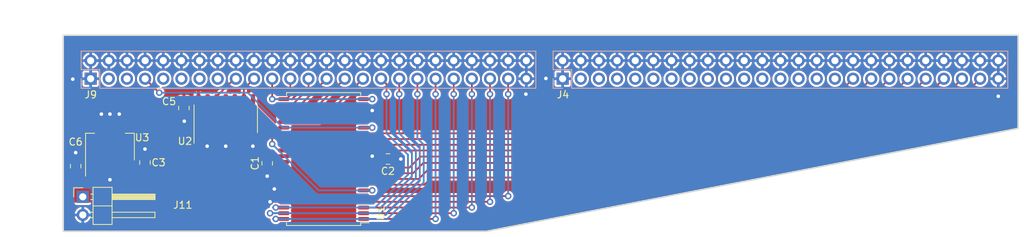
<source format=kicad_pcb>
(kicad_pcb (version 20221018) (generator pcbnew)

  (general
    (thickness 1.6)
  )

  (paper "A4")
  (title_block
    (title "CBM PET SRAM Expansion")
    (date "2023-11-12")
    (rev "2")
    (company "CCC Basel")
  )

  (layers
    (0 "F.Cu" signal)
    (31 "B.Cu" signal)
    (32 "B.Adhes" user "B.Adhesive")
    (33 "F.Adhes" user "F.Adhesive")
    (34 "B.Paste" user)
    (35 "F.Paste" user)
    (36 "B.SilkS" user "B.Silkscreen")
    (37 "F.SilkS" user "F.Silkscreen")
    (38 "B.Mask" user)
    (39 "F.Mask" user)
    (40 "Dwgs.User" user "User.Drawings")
    (41 "Cmts.User" user "User.Comments")
    (42 "Eco1.User" user "User.Eco1")
    (43 "Eco2.User" user "User.Eco2")
    (44 "Edge.Cuts" user)
    (45 "Margin" user)
    (46 "B.CrtYd" user "B.Courtyard")
    (47 "F.CrtYd" user "F.Courtyard")
    (48 "B.Fab" user)
    (49 "F.Fab" user)
    (50 "User.1" user)
    (51 "User.2" user)
    (52 "User.3" user)
    (53 "User.4" user)
    (54 "User.5" user)
    (55 "User.6" user)
    (56 "User.7" user)
    (57 "User.8" user)
    (58 "User.9" user)
  )

  (setup
    (stackup
      (layer "F.SilkS" (type "Top Silk Screen"))
      (layer "F.Paste" (type "Top Solder Paste"))
      (layer "F.Mask" (type "Top Solder Mask") (thickness 0.01))
      (layer "F.Cu" (type "copper") (thickness 0.035))
      (layer "dielectric 1" (type "core") (thickness 1.51) (material "FR4") (epsilon_r 4.5) (loss_tangent 0.02))
      (layer "B.Cu" (type "copper") (thickness 0.035))
      (layer "B.Mask" (type "Bottom Solder Mask") (thickness 0.01))
      (layer "B.Paste" (type "Bottom Solder Paste"))
      (layer "B.SilkS" (type "Bottom Silk Screen"))
      (copper_finish "None")
      (dielectric_constraints no)
    )
    (pad_to_mask_clearance 0)
    (pcbplotparams
      (layerselection 0x0001000_ffffffff)
      (plot_on_all_layers_selection 0x0000000_00000000)
      (disableapertmacros false)
      (usegerberextensions false)
      (usegerberattributes true)
      (usegerberadvancedattributes true)
      (creategerberjobfile true)
      (dashed_line_dash_ratio 12.000000)
      (dashed_line_gap_ratio 3.000000)
      (svgprecision 4)
      (plotframeref false)
      (viasonmask false)
      (mode 1)
      (useauxorigin false)
      (hpglpennumber 1)
      (hpglpenspeed 20)
      (hpglpendiameter 15.000000)
      (dxfpolygonmode true)
      (dxfimperialunits true)
      (dxfusepcbnewfont true)
      (psnegative false)
      (psa4output false)
      (plotreference true)
      (plotvalue true)
      (plotinvisibletext false)
      (sketchpadsonfab false)
      (subtractmaskfromsilk false)
      (outputformat 1)
      (mirror false)
      (drillshape 0)
      (scaleselection 1)
      (outputdirectory "plot/")
    )
  )

  (net 0 "")
  (net 1 "+5V")
  (net 2 "GND")
  (net 3 "/BD0")
  (net 4 "/BD1")
  (net 5 "/BD2")
  (net 6 "/BD3")
  (net 7 "/BD4")
  (net 8 "/BD5")
  (net 9 "/BD6")
  (net 10 "/BD7")
  (net 11 "/~{SEL2}")
  (net 12 "/~{SEL3}")
  (net 13 "/~{SEL4}")
  (net 14 "/~{SEL5}")
  (net 15 "/~{SEL6}")
  (net 16 "/~{SEL7}")
  (net 17 "/~{SEL8}")
  (net 18 "/~{SEL9}")
  (net 19 "/~{SELA}")
  (net 20 "/~{SELB}")
  (net 21 "/~{RESET}")
  (net 22 "/READY")
  (net 23 "/~{NMI}")
  (net 24 "/BA0")
  (net 25 "/BA1")
  (net 26 "unconnected-(U1-DQ8-Pad29)")
  (net 27 "unconnected-(U1-DQ9-Pad30)")
  (net 28 "unconnected-(U1-DQ10-Pad31)")
  (net 29 "unconnected-(U1-DQ11-Pad32)")
  (net 30 "unconnected-(U1-DQ12-Pad35)")
  (net 31 "unconnected-(U1-DQ13-Pad36)")
  (net 32 "unconnected-(U1-DQ14-Pad37)")
  (net 33 "unconnected-(U1-DQ15-Pad38)")
  (net 34 "/BA2")
  (net 35 "/BA3")
  (net 36 "/BA4")
  (net 37 "/BA5")
  (net 38 "/BA6")
  (net 39 "/BA7")
  (net 40 "/BA8")
  (net 41 "/BA9")
  (net 42 "/BA10")
  (net 43 "/BA11")
  (net 44 "/BA12")
  (net 45 "/BA13")
  (net 46 "/BA14")
  (net 47 "/BA15")
  (net 48 "/SYNC")
  (net 49 "/~{IRQ}")
  (net 50 "/CPHI2")
  (net 51 "/BR{slash}W")
  (net 52 "/~{BR{slash}W}")
  (net 53 "unconnected-(J4-Pin_9-Pad9)")
  (net 54 "unconnected-(J4-Pin_11-Pad11)")
  (net 55 "/~{CE}")
  (net 56 "unconnected-(U1-NC-Pad28)")
  (net 57 "unconnected-(J9-Pin_3-Pad3)")
  (net 58 "unconnected-(J9-Pin_11-Pad11)")
  (net 59 "+9V")
  (net 60 "unconnected-(U2-Pad3)")
  (net 61 "unconnected-(U2-Pad6)")
  (net 62 "Net-(U2-Pad10)")

  (footprint "Package_SO:SOIC-14_3.9x8.7mm_P1.27mm" (layer "F.Cu") (at 102.5 81.65 90))

  (footprint "Capacitor_SMD:C_0805_2012Metric" (layer "F.Cu") (at 125.2 87.3 180))

  (footprint "Package_SO:TSOP-II-44_10.16x18.41mm_P0.8mm" (layer "F.Cu") (at 116.2 87.3 180))

  (footprint "Capacitor_SMD:C_0805_2012Metric" (layer "F.Cu") (at 91.2 87.8 -90))

  (footprint "Connector_PinHeader_2.54mm:PinHeader_1x02_P2.54mm_Horizontal" (layer "F.Cu") (at 82.5 92.6))

  (footprint "Capacitor_SMD:C_0805_2012Metric" (layer "F.Cu") (at 96.65 80.15 -90))

  (footprint "Capacitor_SMD:C_0805_2012Metric" (layer "F.Cu") (at 81.5 88.3 -90))

  (footprint "Package_TO_SOT_SMD:SOT-223-3_TabPin2" (layer "F.Cu") (at 86.3 85.6 90))

  (footprint "Capacitor_SMD:C_0805_2012Metric" (layer "F.Cu") (at 108.3 87.9 -90))

  (footprint "Connector_PinSocket_2.54mm:PinSocket_2x25_P2.54mm_Vertical" (layer "B.Cu") (at 83.6 76.04 -90))

  (footprint "Connector_PinSocket_2.54mm:PinSocket_2x25_P2.54mm_Vertical" (layer "B.Cu") (at 149.64 76.04 -90))

  (gr_poly
    (pts
      (xy 79.764 69.944)
      (xy 79.764 97.424)
      (xy 139 97.424)
      (xy 213.368 83)
      (xy 213.368 69.944)
    )

    (stroke (width 0.2) (type solid)) (fill none) (layer "Edge.Cuts") (tstamp 0dd3ab04-e666-4b66-af39-8505a82aff56))
  (gr_text "PET SRAM Expansion\nv2 2023 CCC Basel" (at 146.5 95.3 12) (layer "F.Cu" knockout) (tstamp b8bf4f42-fff9-456d-9deb-5c596e5468c6)
    (effects (font (size 1.5 1.5) (thickness 0.3) bold) (justify left bottom))
  )
  (gr_text "+ -" (at 93.4 91.5 270) (layer "F.Cu" knockout) (tstamp f575302a-e095-4194-ad15-ebc506393443)
    (effects (font (size 1.5 1.5) (thickness 0.3) bold) (justify left bottom))
  )
  (gr_text "Note: The PET epansion headers\nare numbered from right to left (or bottom\nup when looking at Commodore's schematic), i.e. our\nJ4's pin 49 is pin 1 in the PET, our pin 1 is pin 25 on the\nPET, and similarly for J9. The second row is all GND." (at 213 89) (layer "Cmts.User") (tstamp 58aca8af-c056-4f12-9bf3-c786f409ff1e)
    (effects (font (size 1 1) (thickness 0.15)) (justify right top))
  )
  (dimension (type aligned) (layer "Dwgs.User") (tstamp 25c5cbdf-1465-4209-b7a4-4f41b235d643)
    (pts (xy 79.764 69.944) (xy 79.764 97.424))
    (height 2.764)
    (gr_text "27.4800 mm" (at 75.85 83.684 90) (layer "Dwgs.User") (tstamp 25c5cbdf-1465-4209-b7a4-4f41b235d643)
      (effects (font (size 1 1) (thickness 0.15)))
    )
    (format (prefix "") (suffix "") (units 3) (units_format 1) (precision 4))
    (style (thickness 0.15) (arrow_length 1.27) (text_position_mode 0) (extension_height 0.58642) (extension_offset 0.5) keep_text_aligned)
  )
  (dimension (type aligned) (layer "Dwgs.User") (tstamp dd05ee48-d460-4f4a-ba7d-423e1f3733ea)
    (pts (xy 213.368 69.944) (xy 79.764 69.944))
    (height 2.944)
    (gr_text "133.6040 mm" (at 146.566 65.85) (layer "Dwgs.User") (tstamp dd05ee48-d460-4f4a-ba7d-423e1f3733ea)
      (effects (font (size 1 1) (thickness 0.15)))
    )
    (format (prefix "") (suffix "") (units 3) (units_format 1) (precision 4))
    (style (thickness 0.15) (arrow_length 1.27) (text_position_mode 0) (extension_height 0.58642) (extension_offset 0.5) keep_text_aligned)
  )

  (segment (start 121.7875 87.7) (end 123.85 87.7) (width 0.25) (layer "F.Cu") (net 1) (tstamp c20522a2-c75d-4d9e-92c2-e7d359269504))
  (segment (start 123.85 87.7) (end 124.25 87.3) (width 0.25) (layer "F.Cu") (net 1) (tstamp c4c63fba-9fac-4d2d-9ecf-969536ec52b4))
  (segment (start 91.2 86.85) (end 91.2 85.9) (width 0.25) (layer "F.Cu") (net 2) (tstamp 011df45a-c56a-4cc1-9390-1a39d77c223f))
  (segment (start 98.69 84.125) (end 99.96 84.125) (width 0.25) (layer "F.Cu") (net 2) (tstamp 01624666-3389-4891-93cd-e89d4289ba75))
  (segment (start 210.6 76.04) (end 210.6 78.5) (width 0.25) (layer "F.Cu") (net 2) (tstamp 0398e4cb-0d20-4d23-af3e-3bc6b738eff8))
  (segment (start 110.6125 91.7) (end 109.5 91.7) (width 0.25) (layer "F.Cu") (net 2) (tstamp 10849130-c65c-4a1b-8b9d-33883077c151))
  (segment (start 106.31 84.125) (end 106.31 85.49) (width 0.25) (layer "F.Cu") (net 2) (tstamp 1989c981-e8c9-437e-aa18-336ba27d20e3))
  (segment (start 109.5 91.7) (end 109.3 91.5) (width 0.25) (layer "F.Cu") (net 2) (tstamp 1dc7c261-655e-489f-be10-702d3af8c8c2))
  (segment (start 99.96 85.44) (end 99.9 85.5) (width 0.25) (layer "F.Cu") (net 2) (tstamp 1e14d941-9153-476b-a0cf-96f44b5ca553))
  (segment (start 96.65 81.95) (end 96.7 82) (width 0.25) (layer "F.Cu") (net 2) (tstamp 2a2b63b0-1ba9-4093-a18f-e267d572f199))
  (segment (start 86.3 82.45) (end 86.3 82.3) (width 0.25) (layer "F.Cu") (net 2) (tstamp 362d9b5f-ddf7-4b1b-9215-d9322123890b))
  (segment (start 81.5 87.35) (end 81.5 86.4) (width 0.25) (layer "F.Cu") (net 2) (tstamp 3f95890b-961e-49b9-9d7b-2cd1f8c21a78))
  (segment (start 110.6125 87.7) (end 109.45 87.7) (width 0.25) (layer "F.Cu") (net 2) (tstamp 52d4e1b7-11ba-49a4-aeef-1e251dd50a8b))
  (segment (start 144.56 76.04) (end 144.56 78.14) (width 0.25) (layer "F.Cu") (net 2) (tstamp 63babeaa-ecf6-48e5-bbb0-2f5fb51669aa))
  (segment (start 86.3 82.45) (end 86.3 81) (width 0.25) (layer "F.Cu") (net 2) (tstamp 68effc70-a377-4b29-a7e5-3ae799e4d3e2))
  (segment (start 108.3 88.85) (end 108.3 89.7) (width 0.25) (layer "F.Cu") (net 2) (tstamp 6ceef4d3-c265-443f-b34f-386e3f812259))
  (segment (start 149.64 76.04) (end 147.34 76.04) (width 0.25) (layer "F.Cu") (net 2) (tstamp 7422e9bd-5a6a-441b-9651-1244a3e6d8f1))
  (segment (start 109.45 87.7) (end 108.3 88.85) (width 0.25) (layer "F.Cu") (net 2) (tstamp 74ec4e32-d966-4778-b2b6-a71d46c6fb7e))
  (segment (start 110.6125 93.3) (end 108.7 93.3) (width 0.25) (layer "F.Cu") (net 2) (tstamp 7b0d66ff-1a65-4eeb-a70f-f4256a5c63fc))
  (segment (start 121.7875 82.1) (end 121.7875 79.7) (width 0.25) (layer "F.Cu") (net 2) (tstamp 7b5b16bd-9cef-467d-b98d-8008676e0a76))
  (segment (start 121.7875 80.5) (end 123 80.5) (width 0.25) (layer "F.Cu") (net 2) (tstamp 832b77e8-3371-4b11-969a-90365ff665de))
  (segment (start 86.3 88.75) (end 86.3 90.2) (width 0.25) (layer "F.Cu") (net 2) (tstamp 889a37ba-2ec4-4389-821d-231ac85d581b))
  (segment (start 144.56 78.14) (end 144.5 78.2) (width 0.25) (layer "F.Cu") (net 2) (tstamp a01d66c7-3530-4e84-93b0-5c7a832167e9))
  (segment (start 147.34 76.04) (end 147.3 76) (width 0.25) (layer "F.Cu") (net 2) (tstamp a84f54c9-290d-4bb3-a04b-b0b2f1d57f75))
  (segment (start 86.3 82.3) (end 87.6 81) (width 0.25) (layer "F.Cu") (net 2) (tstamp b21d294f-597a-48bc-b1a6-cfebc712cd81))
  (segment (start 81.16 76.04) (end 81.1 76.1) (width 0.25) (layer "F.Cu") (net 2) (tstamp c655599a-b885-4c62-8a28-9c83e21ddcd0))
  (segment (start 102.5 84.125) (end 102.5 85.5) (width 0.25) (layer "F.Cu") (net 2) (tstamp c8ba8836-073b-48a3-8d80-bb7451ed0ebe))
  (segment (start 96.65 81.1) (end 96.65 81.95) (width 0.25) (layer "F.Cu") (net 2) (tstamp c91a1503-6647-41a6-8194-a1ceccda4377))
  (segment (start 121.7875 86.9) (end 123 86.9) (width 0.25) (layer "F.Cu") (net 2) (tstamp cf250929-cd87-4d57-85f9-85282ed01c95))
  (segment (start 85.1 81.25) (end 85.1 81) (width 0.25) (layer "F.Cu") (net 2) (tstamp d3c403c2-b69d-4e1c-99b8-149abd142414))
  (segment (start 86.3 82.45) (end 85.1 81.25) (width 0.25) (layer "F.Cu") (net 2) (tstamp d6491325-e906-477a-8f83-c8392cc6110f))
  (segment (start 83.6 76.04) (end 81.16 76.04) (width 0.25) (layer "F.Cu") (net 2) (tstamp d70eae4f-52de-4945-8df2-508cfe317303))
  (segment (start 126.15 87.3) (end 127 87.3) (width 0.25) (layer "F.Cu") (net 2) (tstamp de8d7868-40dc-4d42-b352-c7d73e6ad337))
  (segment (start 106.31 85.49) (end 106.3 85.5) (width 0.25) (layer "F.Cu") (net 2) (tstamp e50a67c0-8908-49ba-b1df-c003ad73d663))
  (segment (start 99.96 84.125) (end 99.96 85.44) (width 0.25) (layer "F.Cu") (net 2) (tstamp f2fc73a4-c79c-4d4c-9346-a7507222d53a))
  (segment (start 103.77 84.125) (end 102.5 84.125) (width 0.25) (layer "F.Cu") (net 2) (tstamp fe0e0ad0-67a9-4776-ba97-be782ad4373f))
  (via (at 144.5 78.2) (size 0.9) (drill 0.5) (layers "F.Cu" "B.Cu") (net 2) (tstamp 039aec84-1c33-44dc-99ec-f49b9a192389))
  (via (at 86.3 81) (size 0.9) (drill 0.5) (layers "F.Cu" "B.Cu") (net 2) (tstamp 0da8a494-c134-49fe-b3a9-f9b3426eed95))
  (via (at 81.1 76.1) (size 0.9) (drill 0.5) (layers "F.Cu" "B.Cu") (net 2) (tstamp 171b8cdf-1a8f-4f76-be69-fbdf66c18f1b))
  (via (at 108.3 89.7) (size 0.9) (drill 0.5) (layers "F.Cu" "B.Cu") (net 2) (tstamp 3c91f8a7-3010-4453-a036-8e24be5db83c))
  (via (at 86.3 90.2) (size 0.9) (drill 0.5) (layers "F.Cu" "B.Cu") (net 2) (tstamp 3cfaebeb-7fe8-4b5d-92f6-c84a2aab1056))
  (via (at 91.2 85.9) (size 0.9) (drill 0.5) (layers "F.Cu" "B.Cu") (net 2) (tstamp 435c66de-af88-4171-a0b0-b8a13dccdc14))
  (via (at 99.9 85.5) (size 0.9) (drill 0.5) (layers "F.Cu" "B.Cu") (net 2) (tstamp 44cb60e3-eb5a-4871-b24b-bd18a01d470b))
  (via (at 210.6 78.5) (size 0.9) (drill 0.5) (layers "F.Cu" "B.Cu") (net 2) (tstamp 56c45c2e-36a5-4810-a611-5eed89baa986))
  (via (at 96.7 82) (size 0.9) (drill 0.5) (layers "F.Cu" "B.Cu") (net 2) (tstamp 5f06b5bb-9db3-4504-9f12-87c6521f9c28))
  (via (at 108.7 93.3) (size 0.9) (drill 0.5) (layers "F.Cu" "B.Cu") (net 2) (tstamp 662ea9b7-3dd5-4833-9564-a69601c23426))
  (via (at 106.3 85.5) (size 0.9) (drill 0.5) (layers "F.Cu" "B.Cu") (net 2) (tstamp 6de8f9c1-096d-41ff-a901-6a6dfa13d2ec))
  (via (at 127 87.3) (size 0.9) (drill 0.5) (layers "F.Cu" "B.Cu") (net 2) (tstamp 7b507c77-a621-4156-b7e7-896f2b07b880))
  (via (at 85.1 81) (size 0.9) (drill 0.5) (layers "F.Cu" "B.Cu") (net 2) (tstamp 7eec2928-bca4-4d37-9646-3aba21192767))
  (via (at 87.6 81) (size 0.9) (drill 0.5) (layers "F.Cu" "B.Cu") (net 2) (tstamp 83324a08-e1b8-4a03-8032-158e41eae093))
  (via (at 109.3 91.5) (size 0.9) (drill 0.5) (layers "F.Cu" "B.Cu") (net 2) (tstamp 86d33735-b360-4755-af67-087b8ac9b5ed))
  (via (at 81.5 86.4) (size 0.9) (drill 0.5) (layers "F.Cu" "B.Cu") (net 2) (tstamp 937a74fe-deb6-42a4-9615-0ba7fc53e4ce))
  (via (at 123 86.9) (size 0.9) (drill 0.5) (layers "F.Cu" "B.Cu") (net 2) (tstamp 94c22d19-779e-46c3-9c25-4e37a061dffc))
  (via (at 147.3 76) (size 0.9) (drill 0.5) (layers "F.Cu" "B.Cu") (net 2) (tstamp bf928a1f-e977-417b-a71f-9ad6b62ffa8a))
  (via (at 123 80.5) (size 0.9) (drill 0.5) (layers "F.Cu" "B.Cu") (net 2) (tstamp e6e929ae-0523-4db8-bdf0-a5997f1e067c))
  (via (at 102.5 85.5) (size 0.9) (drill 0.5) (layers "F.Cu" "B.Cu") (net 2) (tstamp ffc5a456-9ae2-48fc-88cf-861dc8779655))
  (segment (start 180.1 83.3) (end 200.8 83.3) (width 0.25) (layer "F.Cu") (net 3) (tstamp 0cbfe27c-7a21-413c-b26d-8590613f6027))
  (segment (start 150 84.8) (end 178.6 84.8) (width 0.25) (layer "F.Cu") (net 3) (tstamp 444d0f27-197d-4d31-9fad-ed53e214aa88))
  (segment (start 121.7875 90.9) (end 130.3 90.9) (width 0.25) (layer "F.Cu") (net 3) (tstamp 77e4faa7-ada3-453e-bb27-76f01d55dbba))
  (segment (start 130.3 90.9) (end 131.3 89.9) (width 0.25) (layer "F.Cu") (net 3) (tstamp a065db0f-5399-4aff-b0b7-4178d990f619))
  (segment (start 144.9 89.9) (end 150 84.8) (width 0.25) (layer "F.Cu") (net 3) (tstamp c7fa1637-1837-499f-ad2e-700c6d011f00))
  (segment (start 131.3 89.9) (end 144.9 89.9) (width 0.25) (layer "F.Cu") (net 3) (tstamp e81a1570-db09-44d6-bf52-a36d31cb5f65))
  (segment (start 200.8 83.3) (end 208.06 76.04) (width 0.25) (layer "F.Cu") (net 3) (tstamp eb74ae23-732b-47ba-893b-d67a9770af22))
  (segment (start 178.6 84.8) (end 180.1 83.3) (width 0.25) (layer "F.Cu") (net 3) (tstamp fb4d054f-5384-4fd1-8428-87c1366887db))
  (segment (start 130.75 88.85) (end 144.65 88.85) (width 0.25) (layer "F.Cu") (net 4) (tstamp 046f1a06-7bfe-4200-9bea-fa9b4205a41a))
  (segment (start 149.7 83.8) (end 177.9 83.8) (width 0.25) (layer "F.Cu") (net 4) (tstamp 09aa820b-abcc-49cf-9272-769422276298))
  (segment (start 144.65 88.85) (end 149.7 83.8) (width 0.25) (layer "F.Cu") (net 4) (tstamp 5e180071-ddd2-4b1c-ac30-2842f5097f51))
  (segment (start 121.7875 90.1) (end 129.5 90.1) (width 0.25) (layer "F.Cu") (net 4) (tstamp 6dfe9a98-24d1-4b5d-b8bf-15a463a43e44))
  (segment (start 177.9 83.8) (end 179.3 82.4) (width 0.25) (layer "F.Cu") (net 4) (tstamp a5e9cea6-b375-4ba0-97c1-791087b14736))
  (segment (start 179.3 82.4) (end 199.16 82.4) (width 0.25) (layer "F.Cu") (net 4) (tstamp d7aa5015-a35e-4c3f-ae48-e6e08fd28598))
  (segment (start 129.5 90.1) (end 130.75 88.85) (width 0.25) (layer "F.Cu") (net 4) (tstamp dd2667e4-a8c5-4201-8cc0-020535661f54))
  (segment (start 199.16 82.4) (end 205.52 76.04) (width 0.25) (layer "F.Cu") (net 4) (tstamp feb83722-640b-4201-80c8-ed82b3adb966))
  (segment (start 178.45 81.65) (end 197.37 81.65) (width 0.25) (layer "F.Cu") (net 5) (tstamp 16d75f28-3b12-4d48-be2c-34307f07bd3b))
  (segment (start 149.3 82.9) (end 177.2 82.9) (width 0.25) (layer "F.Cu") (net 5) (tstamp 41ee448d-4c4a-497e-9197-e204ddaa603b))
  (segment (start 130.15 87.85) (end 144.35 87.85) (width 0.25) (layer "F.Cu") (net 5) (tstamp 5adcc793-e852-4383-934c-4cd5f5ac42a3))
  (segment (start 121.7875 89.3) (end 128.7 89.3) (width 0.25) (layer "F.Cu") (net 5) (tstamp 8bae9583-25ef-40ad-acca-ad9f3335e3b8))
  (segment (start 197.37 81.65) (end 202.98 76.04) (width 0.25) (layer "F.Cu") (net 5) (tstamp a3babdc5-d86d-474d-9478-beb548622f0e))
  (segment (start 144.35 87.85) (end 149.3 82.9) (width 0.25) (layer "F.Cu") (net 5) (tstamp bdf298db-0038-4124-9039-b1834292960f))
  (segment (start 177.2 82.9) (end 178.45 81.65) (width 0.25) (layer "F.Cu") (net 5) (tstamp d0141a7c-d228-4aa4-ac6a-aa01f48f17a9))
  (segment (start 128.7 89.3) (end 130.15 87.85) (width 0.25) (layer "F.Cu") (net 5) (tstamp f752bb2e-b42e-4c1c-9525-0a2b59fec467))
  (segment (start 128.2 88.5) (end 129.75 86.95) (width 0.25) (layer "F.Cu") (net 6) (tstamp 2b928a4d-0c5d-44a8-9176-03250afb861d))
  (segment (start 177.5 80.9) (end 195.58 80.9) (width 0.25) (layer "F.Cu") (net 6) (tstamp 2c1e5cd0-8687-44c1-88a6-baea5c363935))
  (segment (start 195.58 80.9) (end 200.44 76.04) (width 0.25) (layer "F.Cu") (net 6) (tstamp 70f83a04-3aef-4056-bfb0-1c4a94d7ab3b))
  (segment (start 176.4 82) (end 177.5 80.9) (width 0.25) (layer "F.Cu") (net 6) (tstamp 734c3d9b-4238-4c51-a8dc-9f17f90e6458))
  (segment (start 129.75 86.95) (end 144.15 86.95) (width 0.25) (layer "F.Cu") (net 6) (tstamp a976f1b6-adc0-4082-9c0a-732bdd0fc84f))
  (segment (start 149.1 82) (end 176.4 82) (width 0.25) (layer "F.Cu") (net 6) (tstamp b21c1930-2aac-47c2-b07b-36d35d553c9c))
  (segment (start 121.7875 88.5) (end 128.2 88.5) (width 0.25) (layer "F.Cu") (net 6) (tstamp bde74e7f-ce47-4f24-9ffd-1f687f99851b))
  (segment (start 144.15 86.95) (end 149.1 82) (width 0.25) (layer "F.Cu") (net 6) (tstamp cc123535-161e-4eaf-9ec2-fb762149dc22))
  (segment (start 197.9 76.04) (end 193.89 80.05) (width 0.25) (layer "F.Cu") (net 7) (tstamp 311b43eb-4877-4e9c-b91d-894eb35f6d05))
  (segment (start 143.7 86.1) (end 121.7875 86.1) (width 0.25) (layer "F.Cu") (net 7) (tstamp 437b82f3-51d2-422b-a24f-0897bfc269d5))
  (segment (start 176.75 80.05) (end 175.7 81.1) (width 0.25) (layer "F.Cu") (net 7) (tstamp 7454ca47-541d-41ea-b97c-b5f0f723fef6))
  (segment (start 148.7 81.1) (end 143.7 86.1) (width 0.25) (layer "F.Cu") (net 7) (tstamp b075dd63-9aed-4f34-adef-a9f90048869e))
  (segment (start 175.7 81.1) (end 148.7 81.1) (width 0.25) (layer "F.Cu") (net 7) (tstamp cae2309a-abc3-459c-83b8-f48844d17a2b))
  (segment (start 193.89 80.05) (end 176.75 80.05) (width 0.25) (layer "F.Cu") (net 7) (tstamp e60b7f6e-d02a-45cf-8729-d4550648ba43))
  (segment (start 121.7875 85.3) (end 143.3 85.3) (width 0.25) (layer "F.Cu") (net 8) (tstamp 0a8ae847-2dc8-40ff-91d1-47821a3cdcaa))
  (segment (start 192.25 79.15) (end 195.36 76.04) (width 0.25) (layer "F.Cu") (net 8) (tstamp 7266cf47-e6cf-4062-a490-85dab9c88005))
  (segment (start 175.9 79.15) (end 192.25 79.15) (width 0.25) (layer "F.Cu") (net 8) (tstamp 832d2bef-c2d9-4a04-a939-b05c60d191b1))
  (segment (start 148.5 80.1) (end 174.95 80.1) (width 0.25) (layer "F.Cu") (net 8) (tstamp 98e59929-f746-40bb-b6ef-173efbd917f9))
  (segment (start 174.95 80.1) (end 175.9 79.15) (width 0.25) (layer "F.Cu") (net 8) (tstamp 9eb6013d-2340-4956-955b-8c507cfb9499))
  (segment (start 143.3 85.3) (end 148.5 80.1) (width 0.25) (layer "F.Cu") (net 8) (tstamp b8836dd4-2b5d-4843-bd29-add5a134089d))
  (segment (start 175.1 78.25) (end 190.61 78.25) (width 0.25) (layer "F.Cu") (net 9) (tstamp 543f9278-0ff6-4b25-82f2-62f3a5207115))
  (segment (start 121.7875 84.5) (end 142.9 84.5) (width 0.25) (layer "F.Cu") (net 9) (tstamp 5601569e-552a-4995-b4ba-e8fcc058b399))
  (segment (start 148.2 79.2) (end 174.15 79.2) (width 0.25) (layer "F.Cu") (net 9) (tstamp 6223354c-4447-46b9-8ec3-0a70663c6d82))
  (segment (start 174.15 79.2) (end 175.1 78.25) (width 0.25) (layer "F.Cu") (net 9) (tstamp 6be261aa-1850-4124-acf6-bb9b248447cb))
  (segment (start 190.61 78.25) (end 192.82 76.04) (width 0.25) (layer "F.Cu") (net 9) (tstamp a8101d31-3559-4015-80a4-6e449be32d49))
  (segment (start 142.9 84.5) (end 148.2 79.2) (width 0.25) (layer "F.Cu") (net 9) (tstamp b72a0eee-0f0d-4d15-b2da-3ace983afe4c))
  (segment (start 173.335 78.4) (end 174.2 77.535) (width 0.25) (layer "F.Cu") (net 10) (tstamp 3ae5f908-175d-4025-9962-97ca73eea821))
  (segment (start 174.2 77.535) (end 188.785 77.535) (width 0.25) (layer "F.Cu") (net 10) (tstamp 447f7659-dfc9-41ed-b88e-7561b904287f))
  (segment (start 142.6 83.7) (end 147.9 78.4) (width 0.25) (layer "F.Cu") (net 10) (tstamp 4493ff84-cd31-45fb-88b7-a47609684a82))
  (segment (start 147.9 78.4) (end 173.335 78.4) (width 0.25) (layer "F.Cu") (net 10) (tstamp 63c68c56-299d-4407-97e3-ce03e2445555))
  (segment (start 188.785 77.535) (end 190.28 76.04) (width 0.25) (layer "F.Cu") (net 10) (tstamp a1e06d7f-ef9f-4336-8102-41489e1456d7))
  (segment (start 121.7875 83.7) (end 142.6 83.7) (width 0.25) (layer "F.Cu") (net 10) (tstamp b96754ea-57b1-4121-b29e-b8996d3d4d04))
  (segment (start 142.02 76.04) (end 142.02 78.2) (width 0.25) (layer "F.Cu") (net 24) (tstamp 020f604d-0fe6-463c-a82a-6267d386259b))
  (segment (start 121.7875 92.5) (end 142.02 92.5) (width 0.25) (layer "F.Cu") (net 24) (tstamp 814f349b-529e-47b5-8a4e-8128beb5c433))
  (via (at 142.02 92.5) (size 0.9) (drill 0.5) (layers "F.Cu" "B.Cu") (net 24) (tstamp 43eecbe5-855b-4d0c-bb94-5c97987993a2))
  (via (at 142.02 78.2) (size 0.9) (drill 0.5) (layers "F.Cu" "B.Cu") (net 24) (tstamp 5fbb6034-1621-4b2b-bb7a-5f48775d76a3))
  (segment (start 142.02 78.2) (end 142.02 92.5) (width 0.25) (layer "B.Cu") (net 24) (tstamp 6871e2b2-dbad-43d0-84fc-b2c8b233aef2))
  (segment (start 137.9 93.3) (end 139.2 93.3) (width 0.25) (layer "F.Cu") (net 25) (tstamp 134f8063-d249-49c9-b8b0-3fb70fdebd0e))
  (segment (start 139.48 76.04) (end 139.48 78.2) (width 0.25) (layer "F.Cu") (net 25) (tstamp 3c705a89-1b06-4f5f-aab4-864d4222b559))
  (segment (start 121.7875 93.3) (end 137.9 93.3) (width 0.25) (layer "F.Cu") (net 25) (tstamp d43fd0b8-7670-410c-a5bf-2bff6a7c6789))
  (segment (start 137.9 93.3) (end 139.48 93.3) (width 0.25) (layer "F.Cu") (net 25) (tstamp f3d1b219-df4a-44af-ad78-a643d0bfca48))
  (via (at 139.48 93.3) (size 0.9) (drill 0.5) (layers "F.Cu" "B.Cu") (net 25) (tstamp 14839f69-e431-42ce-8717-8ca113c33a6f))
  (via (at 139.48 78.2) (size 0.9) (drill 0.5) (layers "F.Cu" "B.Cu") (net 25) (tstamp 83f2720d-713c-4039-92de-ee77b03a0c0f))
  (segment (start 139.48 78.2) (end 139.48 93.3) (width 0.25) (layer "B.Cu") (net 25) (tstamp 6b54c2bd-1503-4e6c-86e2-18920027d3a0))
  (segment (start 136.94 76.04) (end 136.94 78.2) (width 0.25) (layer "F.Cu") (net 34) (tstamp 08495a6b-d7c0-41ed-a908-d8f900d0d9d3))
  (segment (start 121.7875 94.1) (end 136.94 94.1) (width 0.25) (layer "F.Cu") (net 34) (tstamp 62e4a09f-c002-46f3-b68c-e5f3235e875c))
  (via (at 136.94 94.1) (size 0.9) (drill 0.5) (layers "F.Cu" "B.Cu") (net 34) (tstamp 709d8063-d17c-4699-b539-e14362b2765b))
  (via (at 136.94 78.2) (size 0.9) (drill 0.5) (layers "F.Cu" "B.Cu") (net 34) (tstamp dd1419a7-7528-4f37-b01a-9a8dbf40ea1b))
  (segment (start 136.94 78.2) (end 136.94 94.1) (width 0.25) (layer "B.Cu") (net 34) (tstamp 6c619bcf-c0eb-4112-868f-42670549d11c))
  (segment (start 134.4 76.04) (end 134.4 78.2) (width 0.25) (layer "F.Cu") (net 35) (tstamp 07535421-9495-49fb-b80e-4be889f5abe3))
  (segment (start 121.7875 94.9) (end 134.4 94.9) (width 0.25) (layer "F.Cu") (net 35) (tstamp c65d2d78-e370-4904-a8b4-e3a4d1785495))
  (via (at 134.4 78.2) (size 0.9) (drill 0.5) (layers "F.Cu" "B.Cu") (net 35) (tstamp 3c85e060-2fed-44b9-bfd7-3cc035e39341))
  (via (at 134.4 94.9) (size 0.9) (drill 0.5) (layers "F.Cu" "B.Cu") (net 35) (tstamp bff90011-e855-4eb7-ad81-9a16c7e67c0b))
  (segment (start 134.4 78.2) (end 134.4 94.9) (width 0.25) (layer "B.Cu") (net 35) (tstamp 116a8a3c-1ecc-45ac-b860-0a29550c1ef0))
  (segment (start 121.7875 95.7) (end 131.86 95.7) (width 0.25) (layer "F.Cu") (net 36) (tstamp 49599bbd-3326-4c2b-8183-28e1efd62095))
  (segment (start 131.86 76.04) (end 131.86 78.2) (width 0.25) (layer "F.Cu") (net 36) (tstamp f1dffd1b-a4ff-469e-ab2e-429c5296c84d))
  (via (at 131.86 95.7) (size 0.9) (drill 0.5) (layers "F.Cu" "B.Cu") (net 36) (tstamp 75a8f135-8adb-4b6b-beeb-3af057711318))
  (via (at 131.86 78.2) (size 0.9) (drill 0.5) (layers "F.Cu" "B.Cu") (net 36) (tstamp e38f64e9-f752-4d98-884b-15b5e2410167))
  (segment (start 131.86 78.2) (end 131.86 95.7) (width 0.25) (layer "B.Cu") (net 36) (tstamp b1733f6c-51b0-4979-af2d-0b3fd7c64ce2))
  (segment (start 110.6125 95.7) (end 109.5 95.7) (width 0.25) (layer "F.Cu") (net 37) (tstamp 57060d08-20ac-4839-96a6-e5f91e102245))
  (segment (start 129.32 76.04) (end 129.32 78.2) (width 0.25) (layer "F.Cu") (net 37) (tstamp dde30f11-b05b-4b62-94d0-6764e9593a1b))
  (via (at 129.32 78.2) (size 0.9) (drill 0.5) (layers "F.Cu" "B.Cu") (net 37) (tstamp 13010197-576b-4291-861b-bcc609ab8064))
  (via (at 109.5 95.7) (size 0.9) (drill 0.5) (layers "F.Cu" "B.Cu") (net 37) (tstamp d96303bf-6731-48b0-b9f8-99c6fedebb50))
  (segment (start 125.1 95.7) (end 130.2 90.6) (width 0.25) (layer "B.Cu") (net 37) (tstamp 451abffc-ca37-4190-8a40-72d50ab22c78))
  (segment (start 129.32 84.4) (end 129.32 78.2) (width 0.25) (layer "B.Cu") (net 37) (tstamp 6b950704-fb64-4b6e-aa52-288b8f53f027))
  (segment (start 130.2 90.6) (end 130.2 85.28) (width 0.25) (layer "B.Cu") (net 37) (tstamp ac030d1d-271d-488b-ab80-ab19f8be3972))
  (segment (start 109.1 95.7) (end 125.1 95.7) (width 0.25) (layer "B.Cu") (net 37) (tstamp c3a305c0-bd86-4235-896a-e9349ec10159))
  (segment (start 130.2 85.28) (end 129.32 84.4) (width 0.25) (layer "B.Cu") (net 37) (tstamp ded8643c-4ad5-42d0-a631-34bcc210625d))
  (segment (start 110.6125 94.9) (end 108.7 94.9) (width 0.25) (layer "F.Cu") (net 38) (tstamp 010b4f91-88b7-4a83-9336-50a870405a9b))
  (segment (start 126.78 76.04) (end 126.78 78.2) (width 0.25) (layer "F.Cu") (net 38) (tstamp 875c5c11-85b1-4ab1-9459-70549c2459b5))
  (via (at 108.7 94.9) (size 0.9) (drill 0.5) (layers "F.Cu" "B.Cu") (net 38) (tstamp 36cbb6e1-ccc4-4b64-9230-6c7a6540d29b))
  (via (at 126.78 78.2) (size 0.9) (drill 0.5) (layers "F.Cu" "B.Cu") (net 38) (tstamp b58461f6-c0fe-46f7-b6db-99c9faaeb3a4))
  (segment (start 126.78 83.7) (end 126.78 78.2) (width 0.25) (layer "B.Cu") (net 38) (tstamp 0834e5b7-6a3c-4346-ae6a-39b826a7c6a0))
  (segment (start 129.1 90) (end 129.1 86.02) (width 0.25) (layer "B.Cu") (net 38) (tstamp 6d28dcaf-c33d-4a29-95d1-ce554cd7c971))
  (segment (start 108.7 94.9) (end 124.2 94.9) (width 0.25) (layer "B.Cu") (net 38) (tstamp 9c6788fb-8bcb-4db9-81fc-68f548cde1de))
  (segment (start 129.1 86.02) (end 126.78 83.7) (width 0.25) (layer "B.Cu") (net 38) (tstamp b2e3ec66-5f94-49bd-8f70-72ca679791a1))
  (segment (start 124.2 94.9) (end 129.1 90) (width 0.25) (layer "B.Cu") (net 38) (tstamp f09be094-9aae-4246-b023-2eb065121bbc))
  (segment (start 125 76.8) (end 125 78.2) (width 0.25) (layer "F.Cu") (net 39) (tstamp 26c9cfe9-ef15-405d-9c12-05fab8df8534))
  (segment (start 110.6125 94.1) (end 109.5 94.1) (width 0.25) (layer "F.Cu") (net 39) (tstamp 4df75ade-7c4c-4bc0-8b56-425ab4ae6309))
  (segment (start 124.24 76.04) (end 125 76.8) (width 0.25) (layer "F.Cu") (net 39) (tstamp ecb62fbe-91f0-4288-9833-d8f9dc60be17))
  (via (at 109.5 94.1) (size 0.9) (drill 0.5) (layers "F.Cu" "B.Cu") (net 39) (tstamp 8b957ae4-1db8-4c8b-9b01-faaead3d10bc))
  (via (at 125 78.2) (size 0.9) (drill 0.5) (layers "F.Cu" "B.Cu") (net 39) (tstamp cad7a454-de5a-4730-9879-28e956fa3151))
  (segment (start 128 86.7) (end 125 83.7) (width 0.25) (layer "B.Cu") (net 39) (tstamp 0e2ecc40-af59-4899-abe0-466611df9de0))
  (segment (start 128 89.5) (end 128 86.7) (width 0.25) (layer "B.Cu") (net 39) (tstamp a00d1442-8a79-4d6d-b6eb-27da1ab0700d))
  (segment (start 123.4 94.1) (end 128 89.5) (width 0.25) (layer "B.Cu") (net 39) (tstamp e577a315-f78a-4cc1-a51a-ce77de8b5bde))
  (segment (start 125 83.7) (end 125 78.2) (width 0.25) (layer "B.Cu") (net 39) (tstamp f3c0f086-3dcc-4108-be8f-d33f2bb8dc96))
  (segment (start 109.1 94.1) (end 123.4 94.1) (width 0.25) (layer "B.Cu") (net 39) (tstamp fba5a48c-cb2f-4804-b8a3-3b2e9d944bca))
  (segment (start 115.64 82.1) (end 110.6125 82.1) (width 0.25) (layer "F.Cu") (net 40) (tstamp 010958d7-4ff9-4017-908b-bcb84847a579))
  (segment (start 121.7 76.04) (end 115.64 82.1) (width 0.25) (layer "F.Cu") (net 40) (tstamp e0feb040-362b-47bc-9dea-e729cc91bbd2))
  (segment (start 119.16 76.04) (end 113.9 81.3) (width 0.25) (layer "F.Cu") (net 41) (tstamp 51c2af67-508b-418f-9235-5b04d7e1a3c7))
  (segment (start 113.9 81.3) (end 110.6125 81.3) (width 0.25) (layer "F.Cu") (net 41) (tstamp 92434bb8-a998-45f1-a9a3-8f4dbffdd269))
  (segment (start 112.16 80.5) (end 110.6125 80.5) (width 0.25) (layer "F.Cu") (net 42) (tstamp d8441ec3-aed2-4e8a-b246-19caad8dfefb))
  (segment (start 116.62 76.04) (end 112.16 80.5) (width 0.25) (layer "F.Cu") (net 42) (tstamp d8ab2074-0589-4137-93bd-3cb3777c6f59))
  (segment (start 114.08 77.42) (end 111.8 79.7) (width 0.25) (layer "F.Cu") (net 43) (tstamp 4d59f33b-df21-4c30-a4f0-0cfc34fe55e8))
  (segment (start 111.8 79.7) (end 110.6125 79.7) (width 0.25) (layer "F.Cu") (net 43) (tstamp 809b8f15-c255-45ea-9082-13b674f29876))
  (segment (start 114.08 76.04) (end 114.08 77.42) (width 0.25) (layer "F.Cu") (net 43) (tstamp aea176ed-cef3-4540-bc24-f911979fc88c))
  (segment (start 111 78.9) (end 110.6125 78.9) (width 0.25) (layer "F.Cu") (net 44) (tstamp 1289305a-38a6-4836-a4f1-0762bfd07694))
  (segment (start 111.54 76.04) (end 111.54 78.36) (width 0.25) (layer "F.Cu") (net 44) (tstamp 5e10f963-6c67-4542-84f2-2535a724b82d))
  (segment (start 111.54 78.36) (end 111 78.9) (width 0.25) (layer "F.Cu") (net 44) (tstamp afcfdb1f-9b22-4528-83e1-e5bdc940f4f3))
  (segment (start 108.9 76.14) (end 109 76.04) (width 0.25) (layer "F.Cu") (net 45) (tstamp 15dc3a1a-47b5-487a-9e40-1f1792c8fe7b))
  (segment (start 109 78.9) (end 109 76.04) (width 0.25) (layer "F.Cu") (net 45) (tstamp a5ad01c4-b5b7-41ea-854a-6118db11ff0c))
  (segment (start 121.7875 78.9) (end 123 78.9) (width 0.25) (layer "F.Cu") (net 45) (tstamp a802355e-5025-4342-91c2-7847dfc1dead))
  (via (at 109 78.9) (size 0.9) (drill 0.5) (layers "F.Cu" "B.Cu") (net 45) (tstamp b10d1706-0328-4c9f-9ac6-75161d819323))
  (via (at 123 78.9) (size 0.9) (drill 0.5) (layers "F.Cu" "B.Cu") (net 45) (tstamp f4adb965-1cbf-443a-a5ac-51a0420adb37))
  (segment (start 123 78.9) (end 109 78.9) (width 0.25) (layer "B.Cu") (net 45) (tstamp 7690d969-2743-4eb6-9cb3-f8f93b68ec7d))
  (segment (start 105.04 77.46) (end 105.04 79.175) (width 0.25) (layer "F.Cu") (net 46) (tstamp 10c74fc4-d1bc-42e6-b278-efca742612c2))
  (segment (start 106.46 76.04) (end 105.04 77.46) (width 0.25) (layer "F.Cu") (net 46) (tstamp d4859b5d-6124-4155-9b6c-f19f3f610b08))
  (segment (start 103.71 76.04) (end 101.23 78.52) (width 0.25) (layer "F.Cu") (net 47) (tstamp 2a5ecab4-ffb5-442e-8eee-948422b2dcdb))
  (segment (start 103.92 76.04) (end 103.71 76.04) (width 0.25) (layer "F.Cu") (net 47) (tstamp 5d21e5b2-9399-4d71-9ee2-4ef3ba9f6939))
  (segment (start 99.96 79.175) (end 101.23 79.175) (width 0.25) (layer "F.Cu") (net 47) (tstamp a075c27a-9298-401d-9a1c-ea1bb39cfb14))
  (segment (start 101.23 78.52) (end 101.23 79.175) (width 0.25) (layer "F.Cu") (net 47) (tstamp c4c6569d-c674-4539-8a22-4f174fddb174))
  (segment (start 93.18 78) (end 93.2 78) (width 0.25) (layer "F.Cu") (net 51) (tstamp 4e501d1f-9a19-4d8d-aeec-df45866e3175))
  (segment (start 91.22 76.04) (end 93.18 78) (width 0.25) (layer "F.Cu") (net 51) (tstamp 9a67f923-d33c-4378-a547-f8a8786650b9))
  (segment (start 121.7875 82.9) (end 123 82.9) (width 0.25) (layer "F.Cu") (net 51) (tstamp d33bee71-684b-4ae6-bbfd-c6b1bb3ff260))
  (via (at 93.2 78) (size 0.9) (drill 0.5) (layers "F.Cu" "B.Cu") (net 51) (tstamp 41e0a8da-c969-470a-868a-13dd8a8737eb))
  (via (at 123 82.9) (size 0.9) (drill 0.5) (layers "F.Cu" "B.Cu") (net 51) (tstamp 4b03fdc9-afd1-43e9-a3b3-5e84ab75b4fd))
  (segment (start 123 82.9) (end 110.7 82.9) (width 0.25) (layer "B.Cu") (net 51) (tstamp 1402104c-2dce-45f6-8fb6-a6fc64c8e9c2))
  (segment (start 110.5 82.9) (end 105.9 78.3) (width 0.25) (layer "B.Cu") (net 51) (tstamp 36c826ce-1825-4bc1-9091-103815d28401))
  (segment (start 105.9 78.3) (end 105.6 78) (width 0.25) (layer "B.Cu") (net 51) (tstamp 58cf4a4f-38f6-4940-a7b3-c3b76e2106be))
  (segment (start 110.7 82.9) (end 110.5 82.9) (width 0.25) (layer "B.Cu") (net 51) (tstamp dbd6d155-14f4-4bc5-a8b1-32457d774743))
  (segment (start 105.6 78) (end 93.2 78) (width 0.25) (layer "B.Cu") (net 51) (tstamp eb3831f0-5164-4a38-b6c2-0b6fb6eaec73))
  (segment (start 106.31 79.175) (end 106.31 79.81) (width 0.25) (layer "F.Cu") (net 55) (tstamp 1299984f-38e5-48be-a0c1-e04a527e8592))
  (segment (start 106.31 79.81) (end 109 82.5) (width 0.25) (layer "F.Cu") (net 55) (tstamp 3a04275d-dc00-4816-b055-8797b31614f2))
  (segment (start 121.7875 91.7) (end 123 91.7) (width 0.25) (layer "F.Cu") (net 55) (tstamp e0fc4976-9876-4351-a4f3-419aae9c4592))
  (segment (start 109 82.5) (end 109 83.6) (width 0.25) (layer "F.Cu") (net 55) (tstamp ee0ef5e4-6ef1-46b8-ab3c-df6d9f8e92e0))
  (segment (start 109 85.2) (end 109 83.6) (width 0.25) (layer "F.Cu") (net 55) (tstamp f43b29b0-d78e-48c8-a760-b0fcfea4fbe0))
  (via (at 123 91.7) (size 0.9) (drill 0.5) (layers "F.Cu" "B.Cu") (net 55) (tstamp 03f7edb3-591e-4b3a-8437-1d5bfc9ba96d))
  (via (at 109 85.2) (size 0.9) (drill 0.5) (layers "F.Cu" "B.Cu") (net 55) (tstamp 3df4ebdb-4afb-4912-b84d-a948845a70bc))
  (segment (start 115.5 91.7) (end 109 85.2) (width 0.25) (layer "B.Cu") (net 55) (tstamp 0cda0863-76e8-460b-8f94-bc8bd1b95c87))
  (segment (start 123 91.7) (end 115.5 91.7) (width 0.25) (layer "B.Cu") (net 55) (tstamp c9f61096-80c1-4fde-93a3-10567d9e1c24))
  (segment (start 102.5 79.175) (end 103.77 79.175) (width 0.25) (layer "F.Cu") (net 62) (tstamp 6aa451d5-922d-4955-9ac6-73eaa072d216))

  (zone (net 1) (net_name "+5V") (layer "F.Cu") (tstamp 28ff3e11-f060-4459-a227-48c70b8cedca) (hatch edge 0.5)
    (connect_pads (clearance 0.3))
    (min_thickness 0.2) (filled_areas_thickness no)
    (fill yes (thermal_gap 0.4) (thermal_bridge_width 0.4))
    (polygon
      (pts
        (xy 79.764 97.424)
        (xy 213.368 97.424)
        (xy 213.368 69.944)
        (xy 79.764 69.944)
      )
    )
    (filled_polygon
      (layer "F.Cu")
      (pts
        (xy 125.339079 86.544407)
        (xy 125.375043 86.593907)
        (xy 125.375043 86.655093)
        (xy 125.372986 86.660818)
        (xy 125.360123 86.693436)
        (xy 125.3495 86.781893)
        (xy 125.3495 87.818106)
        (xy 125.356812 87.878996)
        (xy 125.360123 87.906564)
        (xy 125.372986 87.939182)
        (xy 125.376744 88.000251)
        (xy 125.343889 88.051867)
        (xy 125.286969 88.074313)
        (xy 125.280888 88.0745)
        (xy 125.221719 88.0745)
        (xy 125.163528 88.055593)
        (xy 125.127564 88.006093)
        (xy 125.12665 87.94788)
        (xy 125.1471 87.877489)
        (xy 125.15 87.840638)
        (xy 125.15 87.500001)
        (xy 125.149999 87.5)
        (xy 124.149 87.5)
        (xy 124.090809 87.481093)
        (xy 124.054845 87.431593)
        (xy 124.05 87.401)
        (xy 124.05 87.199)
        (xy 124.068907 87.140809)
        (xy 124.118407 87.104845)
        (xy 124.149 87.1)
        (xy 125.149999 87.1)
        (xy 125.15 87.099999)
        (xy 125.15 86.759362)
        (xy 125.1471 86.72251)
        (xy 125.12665 86.65212)
        (xy 125.128572 86.590965)
        (xy 125.166073 86.542619)
        (xy 125.221719 86.5255)
        (xy 125.280888 86.5255)
      )
    )
    (filled_polygon
      (layer "F.Cu")
      (pts
        (xy 213.326691 69.963407)
        (xy 213.362655 70.012907)
        (xy 213.3675 70.0435)
        (xy 213.3675 82.917943)
        (xy 213.348593 82.976134)
        (xy 213.299093 83.012098)
        (xy 213.28735 83.015132)
        (xy 139.009289 97.421689)
        (xy 138.990439 97.4235)
        (xy 79.8635 97.4235)
        (xy 79.805309 97.404593)
        (xy 79.769345 97.355093)
        (xy 79.7645 97.3245)
        (xy 79.7645 95.14)
        (xy 81.344571 95.14)
        (xy 81.364244 95.352311)
        (xy 81.376683 95.396028)
        (xy 81.422595 95.557389)
        (xy 81.517634 95.748255)
        (xy 81.646128 95.918407)
        (xy 81.64771 95.919849)
        (xy 81.803692 96.062047)
        (xy 81.803699 96.062053)
        (xy 81.90617 96.1255)
        (xy 81.984981 96.174298)
        (xy 82.183802 96.251321)
        (xy 82.39339 96.2905)
        (xy 82.60661 96.2905)
        (xy 82.816198 96.251321)
        (xy 83.015019 96.174298)
        (xy 83.196302 96.062052)
        (xy 83.353872 95.918407)
        (xy 83.482366 95.748255)
        (xy 83.577405 95.557389)
        (xy 83.635756 95.35231)
        (xy 83.655429 95.14)
        (xy 83.635756 94.92769)
        (xy 83.577405 94.722611)
        (xy 83.482366 94.531745)
        (xy 83.353872 94.361593)
        (xy 83.27562 94.290256)
        (xy 83.196307 94.217952)
        (xy 83.1963 94.217946)
        (xy 83.015024 94.105705)
        (xy 83.015019 94.105702)
        (xy 83.000287 94.099995)
        (xy 82.816198 94.028679)
        (xy 82.816197 94.028678)
        (xy 82.816195 94.028678)
        (xy 82.60661 93.9895)
        (xy 82.39339 93.9895)
        (xy 82.183804 94.028678)
        (xy 81.98498 94.105702)
        (xy 81.984975 94.105705)
        (xy 81.803699 94.217946)
        (xy 81.803692 94.217952)
        (xy 81.646135 94.361586)
        (xy 81.646131 94.361589)
        (xy 81.646128 94.361593)
        (xy 81.646125 94.361597)
        (xy 81.517635 94.531743)
        (xy 81.51763 94.531752)
        (xy 81.422596 94.722608)
        (xy 81.364244 94.927688)
        (xy 81.344571 95.14)
        (xy 79.7645 95.14)
        (xy 79.7645 89.543106)
        (xy 80.4745 89.543106)
        (xy 80.485123 89.631564)
        (xy 80.487597 89.637837)
        (xy 80.4945 89.674157)
        (xy 80.4945 93.301)
        (xy 80.498261 93.348785)
        (xy 80.498261 93.348787)
        (xy 80.503104 93.379371)
        (xy 80.503104 93.37937)
        (xy 80.509512 93.409752)
        (xy 80.509514 93.409757)
        (xy 80.557689 93.511158)
        (xy 80.557695 93.511168)
        (xy 80.587488 93.552175)
        (xy 80.593655 93.560662)
        (xy 80.636876 93.606348)
        (xy 80.647824 93.61792)
        (xy 80.746401 93.671639)
        (xy 80.746403 93.67164)
        (xy 80.804596 93.690548)
        (xy 80.804593 93.690548)
        (xy 80.898997 93.7055)
        (xy 80.899 93.7055)
        (xy 81.463811 93.7055)
        (xy 81.503798 93.713935)
        (xy 81.519043 93.720666)
        (xy 81.580009 93.747585)
        (xy 81.605135 93.7505)
        (xy 83.394864 93.750499)
        (xy 83.419991 93.747585)
        (xy 83.496201 93.713934)
        (xy 83.536189 93.7055)
        (xy 84.700996 93.7055)
        (xy 84.701 93.7055)
        (xy 84.748786 93.701739)
        (xy 84.748787 93.701739)
        (xy 84.779371 93.696896)
        (xy 84.77937 93.696896)
        (xy 84.785268 93.695651)
        (xy 84.809754 93.690487)
        (xy 84.911162 93.642309)
        (xy 84.960662 93.606345)
        (xy 85.017919 93.552177)
        (xy 85.063755 93.468065)
        (xy 85.071639 93.453598)
        (xy 85.07164 93.453596)
        (xy 85.090548 93.395404)
        (xy 85.1055 93.301003)
        (xy 85.1055 91.694933)
        (xy 93.239594 91.694933)
        (xy 93.239594 96.556945)
        (xy 93.239595 96.556945)
        (xy 95.101604 96.556945)
        (xy 95.101605 96.556945)
        (xy 95.101605 94.900004)
        (xy 107.944751 94.900004)
        (xy 107.963685 95.068053)
        (xy 107.963688 95.068065)
        (xy 108.019544 95.22769)
        (xy 108.019544 95.227691)
        (xy 108.10952 95.370886)
        (xy 108.109523 95.37089)
        (xy 108.22911 95.490477)
        (xy 108.229112 95.490478)
        (xy 108.229113 95.490479)
        (xy 108.259763 95.509738)
        (xy 108.37231 95.580456)
        (xy 108.436232 95.602823)
        (xy 108.531934 95.636311)
        (xy 108.531938 95.636312)
        (xy 108.531941 95.636313)
        (xy 108.661767 95.650941)
        (xy 108.717473 95.676244)
        (xy 108.747669 95.72946)
        (xy 108.749058 95.738233)
        (xy 108.763685 95.868053)
        (xy 108.763688 95.868065)
        (xy 108.819544 96.02769)
        (xy 108.819544 96.027691)
        (xy 108.90952 96.170886)
        (xy 108.909523 96.17089)
        (xy 109.02911 96.290477)
        (xy 109.029112 96.290478)
        (xy 109.029113 96.290479)
        (xy 109.029423 96.290674)
        (xy 109.17231 96.380456)
        (xy 109.236232 96.402823)
        (xy 109.331934 96.436311)
        (xy 109.331938 96.436312)
        (xy 109.331941 96.436313)
        (xy 109.331942 96.436313)
        (xy 109.331946 96.436314)
        (xy 109.499996 96.455249)
        (xy 109.5 96.455249)
        (xy 109.500004 96.455249)
        (xy 109.668053 96.436314)
        (xy 109.668055 96.436313)
        (xy 109.668059 96.436313)
        (xy 109.82769 96.380456)
        (xy 109.903589 96.332765)
        (xy 109.970577 96.290674)
        (xy 110.023248 96.2755)
        (xy 111.290262 96.2755)
        (xy 111.290265 96.275499)
        (xy 111.319849 96.272725)
        (xy 111.444475 96.229116)
        (xy 111.550711 96.150711)
        (xy 111.629116 96.044475)
        (xy 111.672725 95.919849)
        (xy 111.6755 95.890256)
        (xy 111.6755 95.509744)
        (xy 111.6755 95.509738)
        (xy 111.675499 95.509733)
        (xy 111.672725 95.480155)
        (xy 111.672725 95.480151)
        (xy 111.629116 95.355525)
        (xy 111.629115 95.355523)
        (xy 111.625648 95.348962)
        (xy 111.627863 95.347791)
        (xy 111.612182 95.300761)
        (xy 111.627591 95.252064)
        (xy 111.625648 95.251038)
        (xy 111.629115 95.244476)
        (xy 111.629114 95.244476)
        (xy 111.629116 95.244475)
        (xy 111.672725 95.119849)
        (xy 111.6755 95.090256)
        (xy 111.6755 94.709744)
        (xy 111.6755 94.709738)
        (xy 111.675499 94.709733)
        (xy 111.672725 94.680155)
        (xy 111.672725 94.680151)
        (xy 111.629116 94.555525)
        (xy 111.629115 94.555523)
        (xy 111.625648 94.548962)
        (xy 111.627863 94.547791)
        (xy 111.612182 94.500761)
        (xy 111.627591 94.452064)
        (xy 111.625648 94.451038)
        (xy 111.629115 94.444476)
        (xy 111.629114 94.444476)
        (xy 111.629116 94.444475)
        (xy 111.672725 94.319849)
        (xy 111.6755 94.290256)
        (xy 111.6755 93.909744)
        (xy 111.6755 93.909738)
        (xy 111.675499 93.909733)
        (xy 111.672725 93.880155)
        (xy 111.672725 93.880151)
        (xy 111.629116 93.755525)
        (xy 111.629115 93.755523)
        (xy 111.625648 93.748962)
        (xy 111.627863 93.747791)
        (xy 111.612182 93.700761)
        (xy 111.627591 93.652064)
        (xy 111.625648 93.651038)
        (xy 111.629115 93.644476)
        (xy 111.629114 93.644476)
        (xy 111.629116 93.644475)
        (xy 111.672725 93.519849)
        (xy 111.6755 93.490256)
        (xy 111.6755 93.109744)
        (xy 111.6755 93.109738)
        (xy 111.675499 93.109733)
        (xy 111.672725 93.080155)
        (xy 111.672725 93.080151)
        (xy 111.659863 93.043396)
        (xy 111.65849 92.982228)
        (xy 111.674425 92.950879)
        (xy 111.71042 92.903413)
        (xy 111.710423 92.903408)
        (xy 111.764626 92.765959)
        (xy 111.772548 92.7)
        (xy 109.452452 92.7)
        (xy 109.458045 92.746573)
        (xy 109.446211 92.806603)
        (xy 109.401352 92.848212)
        (xy 109.340603 92.855508)
        (xy 109.289749 92.828382)
        (xy 109.17089 92.709523)
        (xy 109.170887 92.709521)
        (xy 109.170886 92.70952)
        (xy 109.027691 92.619544)
        (xy 108.868065 92.563688)
        (xy 108.868053 92.563685)
        (xy 108.700004 92.544751)
        (xy 108.699996 92.544751)
        (xy 108.531946 92.563685)
        (xy 108.531934 92.563688)
        (xy 108.372309 92.619544)
        (xy 108.372308 92.619544)
        (xy 108.229113 92.70952)
        (xy 108.10952 92.829113)
        (xy 108.019544 92.972308)
        (xy 108.019544 92.972309)
        (xy 107.963688 93.131934)
        (xy 107.963685 93.131946)
        (xy 107.944751 93.299995)
        (xy 107.944751 93.300004)
        (xy 107.963685 93.468053)
        (xy 107.963688 93.468065)
        (xy 108.019544 93.62769)
        (xy 108.019544 93.627691)
        (xy 108.10952 93.770886)
        (xy 108.109523 93.77089)
        (xy 108.22911 93.890477)
        (xy 108.229112 93.890478)
        (xy 108.229113 93.890479)
        (xy 108.259763 93.909738)
        (xy 108.37231 93.980456)
        (xy 108.408322 93.993057)
        (xy 108.446899 94.006556)
        (xy 108.495579 94.043621)
        (xy 108.513176 94.102222)
        (xy 108.492968 94.159973)
        (xy 108.446899 94.193444)
        (xy 108.372309 94.219544)
        (xy 108.372308 94.219544)
        (xy 108.229113 94.30952)
        (xy 108.10952 94.429113)
        (xy 108.019544 94.572308)
        (xy 108.019544 94.572309)
        (xy 107.963688 94.731934)
        (xy 107.963685 94.731946)
        (xy 107.944751 94.899995)
        (xy 107.944751 94.900004)
        (xy 95.101605 94.900004)
        (xy 95.101605 91.694933)
        (xy 93.239594 91.694933)
        (xy 85.1055 91.694933)
        (xy 85.1055 90.4045)
        (xy 85.124407 90.346309)
        (xy 85.173907 90.310345)
        (xy 85.2045 90.3055)
        (xy 85.471552 90.3055)
        (xy 85.529743 90.324407)
        (xy 85.564996 90.371802)
        (xy 85.619544 90.52769)
        (xy 85.619544 90.527691)
        (xy 85.70952 90.670886)
        (xy 85.709523 90.67089)
        (xy 85.82911 90.790477)
        (xy 85.829112 90.790478)
        (xy 85.829113 90.790479)
        (xy 85.875369 90.819544)
        (xy 85.97231 90.880456)
        (xy 86.036232 90.902823)
        (xy 86.131934 90.936311)
        (xy 86.131938 90.936312)
        (xy 86.131941 90.936313)
        (xy 86.131942 90.936313)
        (xy 86.131946 90.936314)
        (xy 86.299996 90.955249)
        (xy 86.3 90.955249)
        (xy 86.300004 90.955249)
        (xy 86.468053 90.936314)
        (xy 86.468055 90.936313)
        (xy 86.468059 90.936313)
        (xy 86.62769 90.880456)
        (xy 86.77089 90.790477)
        (xy 86.890477 90.67089)
        (xy 86.980456 90.52769)
        (xy 87.012431 90.436311)
        (xy 87.035004 90.371802)
        (xy 87.072069 90.323122)
        (xy 87.128448 90.3055)
        (xy 87.483844 90.3055)
        (xy 87.483845 90.3055)
        (xy 87.491607 90.305303)
        (xy 87.505529 90.304594)
        (xy 87.613406 90.278959)
        (xy 87.669378 90.254245)
        (xy 87.736771 90.213373)
        (xy 87.761785 90.184356)
        (xy 87.814099 90.152629)
        (xy 87.836767 90.149999)
        (xy 88.399999 90.149999)
        (xy 88.4 90.149998)
        (xy 88.8 90.149998)
        (xy 88.800001 90.149999)
        (xy 89.381483 90.149999)
        (xy 89.381485 90.149998)
        (xy 89.475141 90.135166)
        (xy 89.475151 90.135163)
        (xy 89.588043 90.077641)
        (xy 89.677641 89.988043)
        (xy 89.735163 89.875151)
        (xy 89.735164 89.875147)
        (xy 89.75 89.781484)
        (xy 89.75 89.065638)
        (xy 90.075 89.065638)
        (xy 90.077899 89.102489)
        (xy 90.123719 89.2602)
        (xy 90.123719 89.260201)
        (xy 90.207314 89.401552)
        (xy 90.323447 89.517685)
        (xy 90.464799 89.60128)
        (xy 90.62251 89.6471)
        (xy 90.659362 89.65)
        (xy 90.999999 89.65)
        (xy 91 89.649999)
        (xy 91.4 89.649999)
        (xy 91.400001 89.65)
        (xy 91.740638 89.65)
        (xy 91.777489 89.6471)
        (xy 91.9352 89.60128)
        (xy 91.935201 89.60128)
        (xy 92.076552 89.517685)
        (xy 92.192685 89.401552)
        (xy 92.27628 89.260201)
        (xy 92.27628 89.2602)
        (xy 92.310299 89.143106)
        (xy 107.2745 89.143106)
        (xy 107.285123 89.231565)
        (xy 107.340637 89.372339)
        (xy 107.340638 89.372341)
        (xy 107.340639 89.372342)
        (xy 107.432078 89.492922)
        (xy 107.512515 89.553919)
        (xy 107.547456 89.604144)
        (xy 107.551073 89.643885)
        (xy 107.549754 89.655593)
        (xy 107.544752 89.699997)
        (xy 107.544751 89.700002)
        (xy 107.544751 89.700004)
        (xy 107.563685 89.868053)
        (xy 107.563688 89.868065)
        (xy 107.619544 90.02769)
        (xy 107.619544 90.027691)
        (xy 107.69842 90.15322)
        (xy 107.709523 90.17089)
        (xy 107.82911 90.290477)
        (xy 107.829112 90.290478)
        (xy 107.829113 90.290479)
        (xy 107.917965 90.346309)
        (xy 107.97231 90.380456)
        (xy 108.036232 90.402823)
        (xy 108.131934 90.436311)
        (xy 108.131938 90.436312)
        (xy 108.131941 90.436313)
        (xy 108.131942 90.436313)
        (xy 108.131946 90.436314)
        (xy 108.299996 90.455249)
        (xy 108.3 90.455249)
        (xy 108.300004 90.455249)
        (xy 108.468053 90.436314)
        (xy 108.468055 90.436313)
        (xy 108.468059 90.436313)
        (xy 108.62769 90.380456)
        (xy 108.77089 90.290477)
        (xy 108.890477 90.17089)
        (xy 108.980456 90.02769)
        (xy 109.036313 89.868059)
        (xy 109.036314 89.868053)
        (xy 109.055249 89.700004)
        (xy 109.055249 89.699997)
        (xy 109.052238 89.673281)
        (xy 109.048926 89.643887)
        (xy 109.061198 89.583947)
        (xy 109.08748 89.553922)
        (xy 109.167922 89.492922)
        (xy 109.259361 89.372342)
        (xy 109.314877 89.231564)
        (xy 109.3255 89.143102)
        (xy 109.3255 88.556898)
        (xy 109.31723 88.488032)
        (xy 109.329064 88.428004)
        (xy 109.345517 88.406229)
        (xy 109.380497 88.37125)
        (xy 109.435014 88.343474)
        (xy 109.495446 88.353046)
        (xy 109.53871 88.396311)
        (xy 109.5495 88.441255)
        (xy 109.5495 88.690266)
        (xy 109.552274 88.719844)
        (xy 109.552276 88.719852)
        (xy 109.595882 88.844471)
        (xy 109.599351 88.851034)
        (xy 109.597141 88.852201)
        (xy 109.612817 88.89928)
        (xy 109.597399 88.947934)
        (xy 109.599351 88.948966)
        (xy 109.595882 88.955528)
        (xy 109.552276 89.080147)
        (xy 109.552274 89.080155)
        (xy 109.5495 89.109733)
        (xy 109.5495 89.490266)
        (xy 109.552274 89.519844)
        (xy 109.552276 89.519852)
        (xy 109.595882 89.644471)
        (xy 109.599351 89.651034)
        (xy 109.597141 89.652201)
        (xy 109.612817 89.69928)
        (xy 109.597399 89.747934)
        (xy 109.599351 89.748966)
        (xy 109.595882 89.755528)
        (xy 109.552276 89.880147)
        (xy 109.552274 89.880155)
        (xy 109.5495 89.909733)
        (xy 109.5495 90.290266)
        (xy 109.552274 90.319844)
        (xy 109.552276 90.319852)
        (xy 109.595882 90.444471)
        (xy 109.599351 90.451034)
        (xy 109.597141 90.452201)
        (xy 109.612817 90.49928)
        (xy 109.597399 90.547934)
        (xy 109.599351 90.548966)
        (xy 109.595882 90.555528)
        (xy 109.552275 90.680149)
        (xy 109.551501 90.683693)
        (xy 109.550341 90.685675)
        (xy 109.550285 90.685837)
        (xy 109.550253 90.685825)
        (xy 109.52061 90.736508)
        (xy 109.464575 90.761078)
        (xy 109.443698 90.760942)
        (xy 109.411286 90.75729)
        (xy 109.3 90.744751)
        (xy 109.299998 90.744751)
        (xy 109.299996 90.744751)
        (xy 109.131946 90.763685)
        (xy 109.131934 90.763688)
        (xy 108.972309 90.819544)
        (xy 108.972308 90.819544)
        (xy 108.829113 90.90952)
        (xy 108.70952 91.029113)
        (xy 108.619544 91.172308)
        (xy 108.619544 91.172309)
        (xy 108.563688 91.331934)
        (xy 108.563685 91.331946)
        (xy 108.544751 91.499995)
        (xy 108.544751 91.500004)
        (xy 108.563685 91.668053)
        (xy 108.563688 91.668065)
        (xy 108.619544 91.82769)
        (xy 108.619544 91.827691)
        (xy 108.70952 91.970886)
        (xy 108.709523 91.97089)
        (xy 108.82911 92.090477)
        (xy 108.829112 92.090478)
        (xy 108.829113 92.090479)
        (xy 108.959345 92.17231)
        (xy 108.97231 92.180456)
        (xy 109.036232 92.202823)
        (xy 109.131934 92.236311)
        (xy 109.131938 92.236312)
        (xy 109.131941 92.236313)
        (xy 109.131942 92.236313)
        (xy 109.131946 92.236314)
        (xy 109.299996 92.255249)
        (xy 109.3 92.255249)
        (xy 109.300003 92.255249)
        (xy 109.322495 92.252714)
        (xy 109.351455 92.249451)
        (xy 109.411396 92.261723)
        (xy 109.436599 92.28213)
        (xy 109.452452 92.3)
        (xy 111.772547 92.3)
        (xy 111.764626 92.23404)
        (xy 111.710423 92.096591)
        (xy 111.71042 92.096587)
        (xy 111.674424 92.049118)
        (xy 111.654329 91.991327)
        (xy 111.659864 91.956602)
        (xy 111.672725 91.919849)
        (xy 111.6755 91.890256)
        (xy 111.6755 91.509744)
        (xy 111.6755 91.509738)
        (xy 111.675499 91.509733)
        (xy 111.672725 91.480155)
        (xy 111.672725 91.480151)
        (xy 111.629116 91.355525)
        (xy 111.629115 91.355523)
        (xy 111.625648 91.348962)
        (xy 111.627863 91.347791)
        (xy 111.612182 91.300761)
        (xy 111.627591 91.252064)
        (xy 111.625648 91.251038)
        (xy 111.629115 91.244476)
        (xy 111.629114 91.244476)
        (xy 111.629116 91.244475)
        (xy 111.672725 91.119849)
        (xy 111.6755 91.090256)
        (xy 111.6755 90.709744)
        (xy 111.6755 90.709738)
        (xy 111.675499 90.709733)
        (xy 111.672725 90.680155)
        (xy 111.672725 90.680151)
        (xy 111.629116 90.555525)
        (xy 111.629115 90.555523)
        (xy 111.625648 90.548962)
        (xy 111.627863 90.547791)
        (xy 111.612182 90.500761)
        (xy 111.627591 90.452064)
        (xy 111.625648 90.451038)
        (xy 111.629115 90.444476)
        (xy 111.629114 90.444476)
        (xy 111.629116 90.444475)
        (xy 111.672725 90.319849)
        (xy 111.6755 90.290256)
        (xy 111.6755 89.909744)
        (xy 111.6755 89.909738)
        (xy 111.675499 89.909733)
        (xy 111.672725 89.880155)
        (xy 111.672725 89.880151)
        (xy 111.629116 89.755525)
        (xy 111.629115 89.755523)
        (xy 111.625648 89.748962)
        (xy 111.627863 89.747791)
        (xy 111.612182 89.700761)
        (xy 111.627591 89.652064)
        (xy 111.625648 89.651038)
        (xy 111.629115 89.644476)
        (xy 111.629114 89.644476)
        (xy 111.629116 89.644475)
        (xy 111.672725 89.519849)
        (xy 111.6755 89.490256)
        (xy 111.6755 89.109744)
        (xy 111.6755 89.109738)
        (xy 111.675499 89.109733)
        (xy 111.672725 89.080155)
        (xy 111.672725 89.080151)
        (xy 111.629116 88.955525)
        (xy 111.629115 88.955523)
        (xy 111.625648 88.948962)
        (xy 111.627863 88.947791)
        (xy 111.612182 88.900761)
        (xy 111.627591 88.852064)
        (xy 111.625648 88.851038)
        (xy 111.629115 88.844476)
        (xy 111.629114 88.844476)
        (xy 111.629116 88.844475)
        (xy 111.672725 88.719849)
        (xy 111.6755 88.690256)
        (xy 111.6755 88.309744)
        (xy 111.6755 88.309738)
        (xy 111.675499 88.309733)
        (xy 111.672725 88.280155)
        (xy 111.672725 88.280151)
        (xy 111.629116 88.155525)
        (xy 111.629115 88.155523)
        (xy 111.625648 88.148962)
        (xy 111.627863 88.147791)
        (xy 111.612182 88.100761)
        (xy 111.627591 88.052064)
        (xy 111.625648 88.051038)
        (xy 111.629115 88.044476)
        (xy 111.629114 88.044476)
        (xy 111.629116 88.044475)
        (xy 111.672725 87.919849)
        (xy 111.674586 87.9)
        (xy 120.627452 87.9)
        (xy 120.635373 87.965959)
        (xy 120.689576 88.103408)
        (xy 120.689579 88.103412)
        (xy 120.725575 88.15088)
        (xy 120.74567 88.208671)
        (xy 120.740136 88.243396)
        (xy 120.727275 88.280151)
        (xy 120.727274 88.280155)
        (xy 120.7245 88.309733)
        (xy 120.7245 88.690266)
        (xy 120.727274 88.719844)
        (xy 120.727276 88.719852)
        (xy 120.770882 88.844471)
        (xy 120.774351 88.851034)
        (xy 120.772141 88.852201)
        (xy 120.787817 88.89928)
        (xy 120.772399 88.947934)
        (xy 120.774351 88.948966)
        (xy 120.770882 88.955528)
        (xy 120.727276 89.080147)
        (xy 120.727274 89.080155)
        (xy 120.7245 89.109733)
        (xy 120.7245 89.490266)
        (xy 120.727274 89.519844)
        (xy 120.727276 89.519852)
        (xy 120.770882 89.644471)
        (xy 120.774351 89.651034)
        (xy 120.772141 89.652201)
        (xy 120.787817 89.69928)
        (xy 120.772399 89.747934)
        (xy 120.774351 89.748966)
        (xy 120.770882 89.755528)
        (xy 120.727276 89.880147)
        (xy 120.727274 89.880155)
        (xy 120.7245 89.909733)
        (xy 120.7245 90.290266)
        (xy 120.727274 90.319844)
        (xy 120.727276 90.319852)
        (xy 120.770882 90.444471)
        (xy 120.774351 90.451034)
        (xy 120.772141 90.452201)
        (xy 120.787817 90.49928)
        (xy 120.772399 90.547934)
        (xy 120.774351 90.548966)
        (xy 120.770882 90.555528)
        (xy 120.727276 90.680147)
        (xy 120.727274 90.680155)
        (xy 120.7245 90.709733)
        (xy 120.7245 91.090266)
        (xy 120.727274 91.119844)
        (xy 120.727276 91.119852)
        (xy 120.770882 91.244471)
        (xy 120.774351 91.251034)
        (xy 120.772141 91.252201)
        (xy 120.787817 91.29928)
        (xy 120.772399 91.347934)
        (xy 120.774351 91.348966)
        (xy 120.770882 91.355528)
        (xy 120.727276 91.480147)
        (xy 120.727274 91.480155)
        (xy 120.7245 91.509733)
        (xy 120.7245 91.890266)
        (xy 120.727274 91.919844)
        (xy 120.727276 91.919852)
        (xy 120.770882 92.044471)
        (xy 120.774351 92.051034)
        (xy 120.772141 92.052201)
        (xy 120.787817 92.09928)
        (xy 120.772399 92.147934)
        (xy 120.774351 92.148966)
        (xy 120.770882 92.155528)
        (xy 120.727276 92.280147)
        (xy 120.727274 92.280155)
        (xy 120.7245 92.309733)
        (xy 120.7245 92.690266)
        (xy 120.727274 92.719844)
        (xy 120.727276 92.719852)
        (xy 120.770882 92.844471)
        (xy 120.774351 92.851034)
        (xy 120.772141 92.852201)
        (xy 120.787817 92.89928)
        (xy 120.772399 92.947934)
        (xy 120.774351 92.948966)
        (xy 120.770882 92.955528)
        (xy 120.727276 93.080147)
        (xy 120.727274 93.080155)
        (xy 120.7245 93.109733)
        (xy 120.7245 93.490266)
        (xy 120.727274 93.519844)
        (xy 120.727276 93.519852)
        (xy 120.770882 93.644471)
        (xy 120.774351 93.651034)
        (xy 120.772141 93.652201)
        (xy 120.787817 93.69928)
        (xy 120.772399 93.747934)
        (xy 120.774351 93.748966)
        (xy 120.770882 93.755528)
        (xy 120.727276 93.880147)
        (xy 120.727274 93.880155)
        (xy 120.7245 93.909733)
        (xy 120.7245 94.290266)
        (xy 120.727274 94.319844)
        (xy 120.727276 94.319852)
        (xy 120.770882 94.444471)
        (xy 120.774351 94.451034)
        (xy 120.772141 94.452201)
        (xy 120.787817 94.49928)
        (xy 120.772399 94.547934)
        (xy 120.774351 94.548966)
        (xy 120.770882 94.555528)
        (xy 120.727276 94.680147)
        (xy 120.727274 94.680155)
        (xy 120.7245 94.709733)
        (xy 120.7245 95.090266)
        (xy 120.727274 95.119844)
        (xy 120.727276 95.119852)
        (xy 120.770882 95.244471)
        (xy 120.774351 95.251034)
        (xy 120.772141 95.252201)
        (xy 120.787817 95.29928)
        (xy 120.772399 95.347934)
        (xy 120.774351 95.348966)
        (xy 120.770882 95.355528)
        (xy 120.727276 95.480147)
        (xy 120.727274 95.480155)
        (xy 120.7245 95.509733)
        (xy 120.7245 95.890266)
        (xy 120.727274 95.919844)
        (xy 120.727276 95.919852)
        (xy 120.770884 96.044476)
        (xy 120.831582 96.126719)
        (xy 120.849289 96.150711)
        (xy 120.849292 96.150713)
        (xy 120.849293 96.150714)
        (xy 120.955523 96.229115)
        (xy 120.955524 96.229115)
        (xy 120.955525 96.229116)
        (xy 121.080151 96.272725)
        (xy 121.107441 96.275284)
        (xy 121.109733 96.275499)
        (xy 121.109738 96.2755)
        (xy 121.109744 96.2755)
        (xy 122.465262 96.2755)
        (xy 122.465265 96.275499)
        (xy 122.494849 96.272725)
        (xy 122.619475 96.229116)
        (xy 122.725711 96.150711)
        (xy 122.725711 96.15071)
        (xy 122.731681 96.146305)
        (xy 122.733408 96.148645)
        (xy 122.776443 96.126719)
        (xy 122.79193 96.1255)
        (xy 131.186288 96.1255)
        (xy 131.244479 96.144407)
        (xy 131.265552 96.16695)
        (xy 131.266059 96.166546)
        (xy 131.269519 96.170885)
        (xy 131.26952 96.170886)
        (xy 131.269523 96.17089)
        (xy 131.38911 96.290477)
        (xy 131.389112 96.290478)
        (xy 131.389113 96.290479)
        (xy 131.389423 96.290674)
        (xy 131.53231 96.380456)
        (xy 131.596232 96.402823)
        (xy 131.691934 96.436311)
        (xy 131.691938 96.436312)
        (xy 131.691941 96.436313)
        (xy 131.691942 96.436313)
        (xy 131.691946 96.436314)
        (xy 131.859996 96.455249)
        (xy 131.86 96.455249)
        (xy 131.860004 96.455249)
        (xy 132.028053 96.436314)
        (xy 132.028055 96.436313)
        (xy 132.028059 96.436313)
        (xy 132.18769 96.380456)
        (xy 132.33089 96.290477)
        (xy 132.450477 96.17089)
        (xy 132.540456 96.02769)
        (xy 132.596313 95.868059)
        (xy 132.609813 95.748247)
        (xy 132.615249 95.700004)
        (xy 132.615249 95.699995)
        (xy 132.596314 95.531946)
        (xy 132.596311 95.531934)
        (xy 132.57016 95.457198)
        (xy 132.568787 95.396028)
        (xy 132.603631 95.345733)
        (xy 132.661383 95.325525)
        (xy 132.663604 95.3255)
        (xy 133.726288 95.3255)
        (xy 133.784479 95.344407)
        (xy 133.805552 95.36695)
        (xy 133.806059 95.366546)
        (xy 133.809519 95.370885)
        (xy 133.80952 95.370886)
        (xy 133.809523 95.37089)
        (xy 133.92911 95.490477)
        (xy 133.929112 95.490478)
        (xy 133.929113 95.490479)
        (xy 133.959763 95.509738)
        (xy 134.07231 95.580456)
        (xy 134.136232 95.602823)
        (xy 134.231934 95.636311)
        (xy 134.231938 95.636312)
        (xy 134.231941 95.636313)
        (xy 134.231942 95.636313)
        (xy 134.231946 95.636314)
        (xy 134.399996 95.655249)
        (xy 134.4 95.655249)
        (xy 134.400004 95.655249)
        (xy 134.568053 95.636314)
        (xy 134.568055 95.636313)
        (xy 134.568059 95.636313)
        (xy 134.72769 95.580456)
        (xy 134.87089 95.490477)
        (xy 134.990477 95.37089)
        (xy 135.080456 95.22769)
        (xy 135.136313 95.068059)
        (xy 135.152129 94.92769)
        (xy 135.155249 94.900004)
        (xy 135.155249 94.899995)
        (xy 135.136314 94.731946)
        (xy 135.136311 94.731934)
        (xy 135.11016 94.657198)
        (xy 135.108787 94.596028)
        (xy 135.143631 94.545733)
        (xy 135.201383 94.525525)
        (xy 135.203604 94.5255)
        (xy 136.266288 94.5255)
        (xy 136.324479 94.544407)
        (xy 136.345552 94.56695)
        (xy 136.346059 94.566546)
        (xy 136.349519 94.570885)
        (xy 136.34952 94.570886)
        (xy 136.349523 94.57089)
        (xy 136.46911 94.690477)
        (xy 136.469112 94.690478)
        (xy 136.469113 94.690479)
        (xy 136.52025 94.722611)
        (xy 136.61231 94.780456)
        (xy 136.676232 94.802823)
        (xy 136.771934 94.836311)
        (xy 136.771938 94.836312)
        (xy 136.771941 94.836313)
        (xy 136.771942 94.836313)
        (xy 136.771946 94.836314)
        (xy 136.939996 94.855249)
        (xy 136.94 94.855249)
        (xy 136.940004 94.855249)
        (xy 137.108053 94.836314)
        (xy 137.108055 94.836313)
        (xy 137.108059 94.836313)
        (xy 137.26769 94.780456)
        (xy 137.41089 94.690477)
        (xy 137.530477 94.57089)
        (xy 137.620456 94.42769)
        (xy 137.676313 94.268059)
        (xy 137.676314 94.268053)
        (xy 137.695249 94.100004)
        (xy 137.695249 94.099995)
        (xy 137.676314 93.931946)
        (xy 137.676311 93.931934)
        (xy 137.65016 93.857198)
        (xy 137.648787 93.796028)
        (xy 137.683631 93.745733)
        (xy 137.741383 93.725525)
        (xy 137.743604 93.7255)
        (xy 137.866512 93.7255)
        (xy 138.806288 93.7255)
        (xy 138.864479 93.744407)
        (xy 138.885552 93.76695)
        (xy 138.886059 93.766546)
        (xy 138.889519 93.770885)
        (xy 138.88952 93.770886)
        (xy 138.889523 93.77089)
        (xy 139.00911 93.890477)
        (xy 139.009112 93.890478)
        (xy 139.009113 93.890479)
        (xy 139.039763 93.909738)
        (xy 139.15231 93.980456)
        (xy 139.216232 94.002823)
        (xy 139.311934 94.036311)
        (xy 139.311938 94.036312)
        (xy 139.311941 94.036313)
        (xy 139.311942 94.036313)
        (xy 139.311946 94.036314)
        (xy 139.479996 94.055249)
        (xy 139.48 94.055249)
        (xy 139.480004 94.055249)
        (xy 139.648053 94.036314)
        (xy 139.648055 94.036313)
        (xy 139.648059 94.036313)
        (xy 139.80769 93.980456)
        (xy 139.95089 93.890477)
        (xy 140.070477 93.77089)
        (xy 140.160456 93.62769)
        (xy 140.216313 93.468059)
        (xy 140.216314 93.468053)
        (xy 140.235249 93.300004)
        (xy 140.235249 93.299995)
        (xy 140.216314 93.131946)
        (xy 140.216311 93.131934)
        (xy 140.19016 93.057198)
        (xy 140.188787 92.996028)
        (xy 140.223631 92.945733)
        (xy 140.281383 92.925525)
        (xy 140.283604 92.9255)
        (xy 141.346288 92.9255)
        (xy 141.404479 92.944407)
        (xy 141.425552 92.96695)
        (xy 141.426059 92.966546)
        (xy 141.429519 92.970885)
        (xy 141.42952 92.970886)
        (xy 141.429523 92.97089)
        (xy 141.54911 93.090477)
        (xy 141.549112 93.090478)
        (xy 141.549113 93.090479)
        (xy 141.579763 93.109738)
        (xy 141.69231 93.180456)
        (xy 141.756232 93.202823)
        (xy 141.851934 93.236311)
        (xy 141.851938 93.236312)
        (xy 141.851941 93.236313)
        (xy 141.851942 93.236313)
        (xy 141.851946 93.236314)
        (xy 142.019996 93.255249)
        (xy 142.02 93.255249)
        (xy 142.020004 93.255249)
        (xy 142.188053 93.236314)
        (xy 142.188055 93.236313)
        (xy 142.188059 93.236313)
        (xy 142.34769 93.180456)
        (xy 142.49089 93.090477)
        (xy 142.610477 92.97089)
        (xy 142.700456 92.82769)
        (xy 142.756313 92.668059)
        (xy 142.756314 92.668053)
        (xy 142.775249 92.500004)
        (xy 142.775249 92.499995)
        (xy 142.756314 92.331946)
        (xy 142.756311 92.331934)
        (xy 142.703306 92.180456)
        (xy 142.700456 92.17231)
        (xy 142.686884 92.150711)
        (xy 142.610479 92.029113)
        (xy 142.610478 92.029112)
        (xy 142.610477 92.02911)
        (xy 142.49089 91.909523)
        (xy 142.490887 91.909521)
        (xy 142.490886 91.90952)
        (xy 142.347691 91.819544)
        (xy 142.188065 91.763688)
        (xy 142.188053 91.763685)
        (xy 142.020004 91.744751)
        (xy 142.019996 91.744751)
        (xy 141.851946 91.763685)
        (xy 141.851934 91.763688)
        (xy 141.692309 91.819544)
        (xy 141.692308 91.819544)
        (xy 141.549113 91.90952)
        (xy 141.429519 92.029114)
        (xy 141.426059 92.033454)
        (xy 141.424895 92.032526)
        (xy 141.383149 92.067382)
        (xy 141.346288 92.0745)
        (xy 123.803604 92.0745)
        (xy 123.745413 92.055593)
        (xy 123.709449 92.006093)
        (xy 123.709449 91.944907)
        (xy 123.71016 91.942802)
        (xy 123.736311 91.868065)
        (xy 123.736314 91.868053)
        (xy 123.755249 91.700004)
        (xy 123.755249 91.699995)
        (xy 123.736314 91.531946)
        (xy 123.736311 91.531934)
        (xy 123.71016 91.457198)
        (xy 123.708787 91.396028)
        (xy 123.743631 91.345733)
        (xy 123.801383 91.325525)
        (xy 123.803604 91.3255)
        (xy 130.367394 91.3255)
        (xy 130.376875 91.322418)
        (xy 130.392222 91.317431)
        (xy 130.407328 91.313803)
        (xy 130.433126 91.309719)
        (xy 130.456405 91.297856)
        (xy 130.470738 91.29192)
        (xy 130.495581 91.283849)
        (xy 130.516707 91.268498)
        (xy 130.52995 91.260383)
        (xy 130.55322 91.248528)
        (xy 130.648528 91.15322)
        (xy 130.889088 90.91266)
        (xy 145.623264 90.91266)
        (xy 145.790617 91.699995)
        (xy 146.586758 95.445546)
        (xy 146.586758 95.445545)
        (xy 146.586759 95.445547)
        (xy 169.714983 90.529492)
        (xy 168.751488 85.996604)
        (xy 145.623264 90.912659)
        (xy 145.623264 90.91266)
        (xy 130.889088 90.91266)
        (xy 131.447252 90.354496)
        (xy 131.501769 90.326719)
        (xy 131.517256 90.3255)
        (xy 144.967394 90.3255)
        (xy 144.976875 90.322418)
        (xy 144.992222 90.317431)
        (xy 145.007328 90.313803)
        (xy 145.033126 90.309719)
        (xy 145.056405 90.297856)
        (xy 145.070738 90.29192)
        (xy 145.095581 90.283849)
        (xy 145.116707 90.268498)
        (xy 145.12995 90.260383)
        (xy 145.15322 90.248528)
        (xy 145.248528 90.15322)
        (xy 150.147251 85.254496)
        (xy 150.201768 85.226719)
        (xy 150.217255 85.2255)
        (xy 178.667394 85.2255)
        (xy 178.676875 85.222418)
        (xy 178.692222 85.217431)
        (xy 178.707328 85.213803)
        (xy 178.733126 85.209719)
        (xy 178.756405 85.197856)
        (xy 178.770738 85.19192)
        (xy 178.795581 85.183849)
        (xy 178.816707 85.168498)
        (xy 178.82995 85.160383)
        (xy 178.85322 85.148528)
        (xy 178.948528 85.05322)
        (xy 180.247252 83.754496)
        (xy 180.301769 83.726719)
        (xy 180.317256 83.7255)
        (xy 200.867394 83.7255)
        (xy 200.876875 83.722418)
        (xy 200.892222 83.717431)
        (xy 200.907328 83.713803)
        (xy 200.933126 83.709719)
        (xy 200.956405 83.697856)
        (xy 200.970738 83.69192)
        (xy 200.995581 83.683849)
        (xy 201.016707 83.668498)
        (xy 201.02995 83.660383)
        (xy 201.05322 83.648528)
        (xy 201.148528 83.55322)
        (xy 207.558809 77.142937)
        (xy 207.613324 77.115162)
        (xy 207.664573 77.120628)
        (xy 207.725498 77.14423)
        (xy 207.743802 77.151321)
        (xy 207.95339 77.1905)
        (xy 208.16661 77.1905)
        (xy 208.376198 77.151321)
        (xy 208.575019 77.074298)
        (xy 208.756302 76.962052)
        (xy 208.913872 76.818407)
        (xy 209.042366 76.648255)
        (xy 209.137405 76.457389)
        (xy 209.195756 76.25231)
        (xy 209.215429 76.04)
        (xy 209.444571 76.04)
        (xy 209.464244 76.252311)
        (xy 209.464247 76.25232)
        (xy 209.522595 76.457389)
        (xy 209.617634 76.648255)
        (xy 209.746128 76.818407)
        (xy 209.816734 76.882773)
        (xy 209.903692 76.962047)
        (xy 209.903699 76.962053)
        (xy 210.084977 77.074296)
        (xy 210.084978 77.074296)
        (xy 210.084981 77.074298)
        (xy 210.111262 77.084479)
        (xy 210.158693 77.123129)
        (xy 210.1745 77.176794)
        (xy 210.1745 77.826287)
        (xy 210.155593 77.884478)
        (xy 210.133051 77.905554)
        (xy 210.133454 77.906059)
        (xy 210.129114 77.909519)
        (xy 210.00952 78.029113)
        (xy 209.919544 78.172308)
        (xy 209.919544 78.172309)
        (xy 209.863688 78.331934)
        (xy 209.863685 78.331946)
        (xy 209.844751 78.499995)
        (xy 209.844751 78.500004)
        (xy 209.863685 78.668053)
        (xy 209.863688 78.668065)
        (xy 209.919544 78.82769)
        (xy 209.919544 78.827691)
        (xy 209.987797 78.936314)
        (xy 210.009523 78.97089)
        (xy 210.12911 79.090477)
        (xy 210.27231 79.180456)
        (xy 210.336232 79.202823)
        (xy 210.431934 79.236311)
        (xy 210.431938 79.236312)
        (xy 210.431941 79.236313)
        (xy 210.431942 79.236313)
        (xy 210.431946 79.236314)
        (xy 210.599996 79.255249)
        (xy 210.6 79.255249)
        (xy 210.600004 79.255249)
        (xy 210.768053 79.236314)
        (xy 210.768055 79.236313)
        (xy 210.768059 79.236313)
        (xy 210.92769 79.180456)
        (xy 211.07089 79.090477)
        (xy 211.190477 78.97089)
        (xy 211.280456 78.82769)
        (xy 211.336313 78.668059)
        (xy 211.336314 78.668053)
        (xy 211.355249 78.500004)
        (xy 211.355249 78.499995)
        (xy 211.336314 78.331946)
        (xy 211.336311 78.331934)
        (xy 211.299343 78.226287)
        (xy 211.280456 78.17231)
        (xy 211.275038 78.163688)
        (xy 211.190479 78.029113)
        (xy 211.190478 78.029112)
        (xy 211.190477 78.02911)
        (xy 211.07089 77.909523)
        (xy 211.070887 77.909521)
        (xy 211.070885 77.909519)
        (xy 211.066546 77.906059)
        (xy 211.067471 77.904898)
        (xy 211.032611 77.86313)
        (xy 211.0255 77.826287)
        (xy 211.0255 77.176794)
        (xy 211.044407 77.118603)
        (xy 211.088737 77.084479)
        (xy 211.115019 77.074298)
        (xy 211.296302 76.962052)
        (xy 211.453872 76.818407)
        (xy 211.582366 76.648255)
        (xy 211.677405 76.457389)
        (xy 211.735756 76.25231)
        (xy 211.755429 76.04)
        (xy 211.735756 75.82769)
        (xy 211.677405 75.622611)
        (xy 211.582366 75.431745)
        (xy 211.453872 75.261593)
        (xy 211.326119 75.14513)
        (xy 211.296307 75.117952)
        (xy 211.2963 75.117946)
        (xy 211.115024 75.005705)
        (xy 211.115019 75.005702)
        (xy 210.916198 74.928679)
        (xy 210.916197 74.928678)
        (xy 210.916195 74.928678)
        (xy 210.70661 74.8895)
        (xy 210.49339 74.8895)
        (xy 210.283804 74.928678)
        (xy 210.08498 75.005702)
        (xy 210.084975 75.005705)
        (xy 209.903699 75.117946)
        (xy 209.903692 75.117952)
        (xy 209.746135 75.261586)
        (xy 209.746131 75.261589)
        (xy 209.746128 75.261593)
        (xy 209.746125 75.261597)
        (xy 209.617635 75.431743)
        (xy 209.61763 75.431752)
        (xy 209.522596 75.622608)
        (xy 209.464244 75.827688)
        (xy 209.444571 76.04)
        (xy 209.215429 76.04)
        (xy 209.195756 75.82769)
        (xy 209.137405 75.622611)
        (xy 209.042366 75.431745)
        (xy 208.913872 75.261593)
        (xy 208.786119 75.14513)
        (xy 208.756307 75.117952)
        (xy 208.7563 75.117946)
        (xy 208.575024 75.005705)
        (xy 208.575019 75.005702)
        (xy 208.376198 74.928679)
        (xy 208.376197 74.928678)
        (xy 208.376195 74.928678)
        (xy 208.16661 74.8895)
        (xy 207.95339 74.8895)
        (xy 207.743804 74.928678)
        (xy 207.54498 75.005702)
        (xy 207.544975 75.005705)
        (xy 207.363699 75.117946)
        (xy 207.363692 75.117952)
        (xy 207.206135 75.261586)
        (xy 207.206131 75.261589)
        (xy 207.206128 75.261593)
        (xy 207.206125 75.261597)
        (xy 207.077635 75.431743)
        (xy 207.07763 75.431752)
        (xy 206.982596 75.622608)
        (xy 206.924244 75.827688)
        (xy 206.904571 76.04)
        (xy 206.924244 76.252311)
        (xy 206.924247 76.25232)
        (xy 206.97958 76.446791)
        (xy 206.977319 76.507933)
        (xy 206.954363 76.543887)
        (xy 200.652748 82.845504)
        (xy 200.598231 82.873281)
        (xy 200.582744 82.8745)
        (xy 199.526256 82.8745)
        (xy 199.468065 82.855593)
        (xy 199.432101 82.806093)
        (xy 199.432101 82.744907)
        (xy 199.456252 82.705496)
        (xy 199.508528 82.65322)
        (xy 200.870754 81.290994)
        (xy 205.018809 77.142937)
        (xy 205.073324 77.115162)
        (xy 205.124573 77.120628)
        (xy 205.185498 77.14423)
        (xy 205.203802 77.151321)
        (xy 205.41339 77.1905)
        (xy 205.62661 77.1905)
        (xy 205.836198 77.151321)
        (xy 206.035019 77.074298)
        (xy 206.216302 76.962052)
        (xy 206.373872 76.818407)
        (xy 206.502366 76.648255)
        (xy 206.597405 76.457389)
        (xy 206.655756 76.25231)
        (xy 206.675429 76.04)
        (xy 206.655756 75.82769)
        (xy 206.597405 75.622611)
        (xy 206.502366 75.431745)
        (xy 206.373872 75.261593)
        (xy 206.246119 75.14513)
        (xy 206.216307 75.117952)
        (xy 206.2163 75.117946)
        (xy 206.035024 75.005705)
        (xy 206.035019 75.005702)
        (xy 205.836198 74.928679)
        (xy 205.836197 74.928678)
        (xy 205.836195 74.928678)
        (xy 205.62661 74.8895)
        (xy 205.41339 74.8895)
        (xy 205.203804 74.928678)
        (xy 205.00498 75.005702)
        (xy 205.004975 75.005705)
        (xy 204.823699 75.117946)
        (xy 204.823692 75.117952)
        (xy 204.666135 75.261586)
        (xy 204.666131 75.261589)
        (xy 204.666128 75.261593)
        (xy 204.666125 75.261597)
        (xy 204.537635 75.431743)
        (xy 204.53763 75.431752)
        (xy 204.442596 75.622608)
        (xy 204.384244 75.827688)
        (xy 204.364571 76.04)
        (xy 204.384244 76.252311)
        (xy 204.384247 76.25232)
        (xy 204.43958 76.446791)
        (xy 204.437319 76.507933)
        (xy 204.414363 76.543887)
        (xy 199.012748 81.945504)
        (xy 198.958231 81.973281)
        (xy 198.942744 81.9745)
        (xy 197.886255 81.9745)
        (xy 197.828064 81.955593)
        (xy 197.7921 81.906093)
        (xy 197.7921 81.844907)
        (xy 197.816251 81.805496)
        (xy 198.977243 80.644504)
        (xy 202.478808 77.142937)
        (xy 202.533323 77.115162)
        (xy 202.584572 77.120628)
        (xy 202.645498 77.14423)
        (xy 202.663802 77.151321)
        (xy 202.87339 77.1905)
        (xy 203.08661 77.1905)
        (xy 203.296198 77.151321)
        (xy 203.495019 77.074298)
        (xy 203.676302 76.962052)
        (xy 203.833872 76.818407)
        (xy 203.962366 76.648255)
        (xy 204.057405 76.457389)
        (xy 204.115756 76.25231)
        (xy 204.135429 76.04)
        (xy 204.115756 75.82769)
        (xy 204.057405 75.622611)
        (xy 203.962366 75.431745)
        (xy 203.833872 75.261593)
        (xy 203.706119 75.14513)
        (xy 203.676307 75.117952)
        (xy 203.6763 75.117946)
        (xy 203.495024 75.005705)
        (xy 203.495019 75.005702)
        (xy 203.296198 74.928679)
        (xy 203.296197 74.928678)
        (xy 203.296195 74.928678)
        (xy 203.08661 74.8895)
        (xy 202.87339 74.8895)
        (xy 202.663804 74.928678)
        (xy 202.46498 75.005702)
        (xy 202.464975 75.005705)
        (xy 202.283699 75.117946)
        (xy 202.283692 75.117952)
        (xy 202.126135 75.261586)
        (xy 202.126131 75.261589)
        (xy 202.126128 75.261593)
        (xy 202.126125 75.261597)
        (xy 201.997635 75.431743)
        (xy 201.99763 75.431752)
        (xy 201.902596 75.622608)
        (xy 201.844244 75.827688)
        (xy 201.824571 76.04)
        (xy 201.844244 76.252311)
        (xy 201.844247 76.25232)
        (xy 201.899579 76.44679)
        (xy 201.89958 76.446791)
        (xy 201.897319 76.507935)
        (xy 201.874363 76.543888)
        (xy 197.222748 81.195504)
        (xy 197.168231 81.223281)
        (xy 197.152744 81.2245)
        (xy 196.096256 81.2245)
        (xy 196.038065 81.205593)
        (xy 196.002101 81.156093)
        (xy 196.002101 81.094907)
        (xy 196.026252 81.055496)
        (xy 196.997049 80.084699)
        (xy 199.938809 77.142937)
        (xy 199.993324 77.115162)
        (xy 200.044573 77.120628)
        (xy 200.105498 77.14423)
        (xy 200.123802 77.151321)
        (xy 200.33339 77.1905)
        (xy 200.54661 77.1905)
        (xy 200.756198 77.151321)
        (xy 200.955019 77.074298)
        (xy 201.136302 76.962052)
        (xy 201.293872 76.818407)
        (xy 201.422366 76.648255)
        (xy 201.517405 76.457389)
        (xy 201.575756 76.25231)
        (xy 201.595429 76.04)
        (xy 201.575756 75.82769)
        (xy 201.517405 75.622611)
        (xy 201.422366 75.431745)
        (xy 201.293872 75.261593)
        (xy 201.166119 75.14513)
        (xy 201.136307 75.117952)
        (xy 201.1363 75.117946)
        (xy 200.955024 75.005705)
        (xy 200.955019 75.005702)
        (xy 200.756198 74.928679)
        (xy 200.756197 74.928678)
        (xy 200.756195 74.928678)
        (xy 200.54661 74.8895)
        (xy 200.33339 74.8895)
        (xy 200.123804 74.928678)
        (xy 199.92498 75.005702)
        (xy 199.924975 75.005705)
        (xy 199.743699 75.117946)
        (xy 199.743692 75.117952)
        (xy 199.586135 75.261586)
        (xy 199.586131 75.261589)
        (xy 199.586128 75.261593)
        (xy 199.586125 75.261597)
        (xy 199.457635 75.431743)
        (xy 199.45763 75.431752)
        (xy 199.362596 75.622608)
        (xy 199.304244 75.827688)
        (xy 199.284571 76.04)
        (xy 199.304244 76.252311)
        (xy 199.304247 76.25232)
        (xy 199.35958 76.446791)
        (xy 199.357319 76.507933)
        (xy 199.334363 76.543887)
        (xy 195.432748 80.445504)
        (xy 195.378231 80.473281)
        (xy 195.362744 80.4745)
        (xy 194.306256 80.4745)
        (xy 194.248065 80.455593)
        (xy 194.212101 80.406093)
        (xy 194.212101 80.344907)
        (xy 194.236252 80.305496)
        (xy 194.238528 80.30322)
        (xy 195.027828 79.51392)
        (xy 197.398809 77.142937)
        (xy 197.453324 77.115162)
        (xy 197.504573 77.120628)
        (xy 197.565498 77.14423)
        (xy 197.583802 77.151321)
        (xy 197.79339 77.1905)
        (xy 198.00661 77.1905)
        (xy 198.216198 77.151321)
        (xy 198.415019 77.074298)
        (xy 198.596302 76.962052)
        (xy 198.753872 76.818407)
        (xy 198.882366 76.648255)
        (xy 198.977405 76.457389)
        (xy 199.035756 76.25231)
        (xy 199.055429 76.04)
        (xy 199.035756 75.82769)
        (xy 198.977405 75.622611)
        (xy 198.882366 75.431745)
        (xy 198.753872 75.261593)
        (xy 198.626119 75.14513)
        (xy 198.596307 75.117952)
        (xy 198.5963 75.117946)
        (xy 198.415024 75.005705)
        (xy 198.415019 75.005702)
        (xy 198.216198 74.928679)
        (xy 198.216197 74.928678)
        (xy 198.216195 74.928678)
        (xy 198.00661 74.8895)
        (xy 197.79339 74.8895)
        (xy 197.583804 74.928678)
        (xy 197.38498 75.005702)
        (xy 197.384975 75.005705)
        (xy 197.203699 75.117946)
        (xy 197.203692 75.117952)
        (xy 197.046135 75.261586)
        (xy 197.046131 75.261589)
        (xy 197.046128 75.261593)
        (xy 197.046125 75.261597)
        (xy 196.917635 75.431743)
        (xy 196.91763 75.431752)
        (xy 196.822596 75.622608)
        (xy 196.764244 75.827688)
        (xy 196.744571 76.04)
        (xy 196.764244 76.252311)
        (xy 196.764247 76.25232)
        (xy 196.81958 76.446791)
        (xy 196.817319 76.507933)
        (xy 196.794363 76.543887)
        (xy 193.742748 79.595504)
        (xy 193.688231 79.623281)
        (xy 193.672744 79.6245)
        (xy 192.616256 79.6245)
        (xy 192.558065 79.605593)
        (xy 192.522101 79.556093)
        (xy 192.522101 79.494907)
        (xy 192.546252 79.455497)
        (xy 192.579346 79.422402)
        (xy 192.598528 79.40322)
        (xy 192.598528 79.403219)
        (xy 194.858807 77.142938)
        (xy 194.913324 77.115162)
        (xy 194.964573 77.120628)
        (xy 195.025498 77.14423)
        (xy 195.043802 77.151321)
        (xy 195.25339 77.1905)
        (xy 195.46661 77.1905)
        (xy 195.676198 77.151321)
        (xy 195.875019 77.074298)
        (xy 196.056302 76.962052)
        (xy 196.213872 76.818407)
        (xy 196.342366 76.648255)
        (xy 196.437405 76.457389)
        (xy 196.495756 76.25231)
        (xy 196.515429 76.04)
        (xy 196.495756 75.82769)
        (xy 196.437405 75.622611)
        (xy 196.342366 75.431745)
        (xy 196.213872 75.261593)
        (xy 196.086119 75.14513)
        (xy 196.056307 75.117952)
        (xy 196.0563 75.117946)
        (xy 195.875024 75.005705)
        (xy 195.875019 75.005702)
        (xy 195.676198 74.928679)
        (xy 195.676197 74.928678)
        (xy 195.676195 74.928678)
        (xy 195.46661 74.8895)
        (xy 195.25339 74.8895)
        (xy 195.043804 74.928678)
        (xy 194.84498 75.005702)
        (xy 194.844975 75.005705)
        (xy 194.663699 75.117946)
        (xy 194.663692 75.117952)
        (xy 194.506135 75.261586)
        (xy 194.506131 75.261589)
        (xy 194.506128 75.261593)
        (xy 194.506125 75.261597)
        (xy 194.377635 75.431743)
        (xy 194.37763 75.431752)
        (xy 194.282596 75.622608)
        (xy 194.224244 75.827688)
        (xy 194.204571 76.04)
        (xy 194.224244 76.252311)
        (xy 194.224247 76.25232)
        (xy 194.279579 76.44679)
        (xy 194.27958 76.446791)
        (xy 194.277319 76.507935)
        (xy 194.254363 76.543888)
        (xy 192.102748 78.695504)
        (xy 192.048231 78.723281)
        (xy 192.032744 78.7245)
        (xy 190.976256 78.7245)
        (xy 190.918065 78.705593)
        (xy 190.882101 78.656093)
        (xy 190.882101 78.594907)
        (xy 190.906252 78.555496)
        (xy 190.958528 78.50322)
        (xy 191.298063 78.163685)
        (xy 192.318809 77.142937)
        (xy 192.373324 77.115162)
        (xy 192.424573 77.120628)
        (xy 192.485498 77.14423)
        (xy 192.503802 77.151321)
        (xy 192.71339 77.1905)
        (xy 192.92661 77.1905)
        (xy 193.136198 77.151321)
        (xy 193.335019 77.074298)
        (xy 193.516302 76.962052)
        (xy 193.673872 76.818407)
        (xy 193.802366 76.648255)
        (xy 193.897405 76.457389)
        (xy 193.955756 76.25231)
        (xy 193.975429 76.04)
        (xy 193.955756 75.82769)
        (xy 193.897405 75.622611)
        (xy 193.802366 75.431745)
        (xy 193.673872 75.261593)
        (xy 193.546119 75.14513)
        (xy 193.516307 75.117952)
        (xy 193.5163 75.117946)
        (xy 193.335024 75.005705)
        (xy 193.335019 75.005702)
        (xy 193.136198 74.928679)
        (xy 193.136197 74.928678)
        (xy 193.136195 74.928678)
        (xy 192.92661 74.8895)
        (xy 192.71339 74.8895)
        (xy 192.503804 74.928678)
        (xy 192.30498 75.005702)
        (xy 192.304975 75.005705)
        (xy 192.123699 75.117946)
        (xy 192.123692 75.117952)
        (xy 191.966135 75.261586)
        (xy 191.966131 75.261589)
        (xy 191.966128 75.261593)
        (xy 191.966125 75.261597)
        (xy 191.837635 75.431743)
        (xy 191.83763 75.431752)
        (xy 191.742596 75.622608)
        (xy 191.684244 75.827688)
        (xy 191.664571 76.04)
        (xy 191.684244 76.252311)
        (xy 191.684247 76.25232)
        (xy 191.73958 76.446791)
        (xy 191.737319 76.507933)
        (xy 191.714363 76.543887)
        (xy 190.462748 77.795504)
        (xy 190.408231 77.823281)
        (xy 190.392744 77.8245)
        (xy 189.336256 77.8245)
        (xy 189.278065 77.805593)
        (xy 189.242101 77.756093)
        (xy 189.242101 77.694907)
        (xy 189.266252 77.655497)
        (xy 189.778807 77.14294)
        (xy 189.833324 77.115162)
        (xy 189.884573 77.120628)
        (xy 189.945498 77.14423)
        (xy 189.963802 77.151321)
        (xy 190.17339 77.1905)
        (xy 190.38661 77.1905)
        (xy 190.596198 77.151321)
        (xy 190.795019 77.074298)
        (xy 190.976302 76.962052)
        (xy 191.133872 76.818407)
        (xy 191.262366 76.648255)
        (xy 191.357405 76.457389)
        (xy 191.415756 76.25231)
        (xy 191.435429 76.04)
        (xy 191.415756 75.82769)
        (xy 191.357405 75.622611)
        (xy 191.262366 75.431745)
        (xy 191.133872 75.261593)
        (xy 191.006119 75.14513)
        (xy 190.976307 75.117952)
        (xy 190.9763 75.117946)
        (xy 190.795024 75.005705)
        (xy 190.795019 75.005702)
        (xy 190.596198 74.928679)
        (xy 190.596197 74.928678)
        (xy 190.596195 74.928678)
        (xy 190.38661 74.8895)
        (xy 190.17339 74.8895)
        (xy 189.963804 74.928678)
        (xy 189.76498 75.005702)
        (xy 189.764975 75.005705)
        (xy 189.583699 75.117946)
        (xy 189.583692 75.117952)
        (xy 189.426135 75.261586)
        (xy 189.426131 75.261589)
        (xy 189.426128 75.261593)
        (xy 189.426125 75.261597)
        (xy 189.297635 75.431743)
        (xy 189.29763 75.431752)
        (xy 189.202596 75.622608)
        (xy 189.144244 75.827688)
        (xy 189.124571 76.04)
        (xy 189.144244 76.252311)
        (xy 189.144247 76.25232)
        (xy 189.199579 76.44679)
        (xy 189.19958 76.446791)
        (xy 189.197319 76.507935)
        (xy 189.174363 76.543888)
        (xy 188.637748 77.080504)
        (xy 188.583231 77.108281)
        (xy 188.567744 77.1095)
        (xy 188.530107 77.1095)
        (xy 188.471916 77.090593)
        (xy 188.435952 77.041093)
        (xy 188.435952 76.979907)
        (xy 188.463409 76.937339)
        (xy 188.593872 76.818407)
        (xy 188.722366 76.648255)
        (xy 188.817405 76.457389)
        (xy 188.875756 76.25231)
        (xy 188.895429 76.04)
        (xy 188.875756 75.82769)
        (xy 188.817405 75.622611)
        (xy 188.722366 75.431745)
        (xy 188.593872 75.261593)
        (xy 188.466119 75.14513)
        (xy 188.436307 75.117952)
        (xy 188.4363 75.117946)
        (xy 188.255024 75.005705)
        (xy 188.255019 75.005702)
        (xy 188.056198 74.928679)
        (xy 188.056197 74.928678)
        (xy 188.056195 74.928678)
        (xy 187.84661 74.8895)
        (xy 187.63339 74.8895)
        (xy 187.423804 74.928678)
        (xy 187.22498 75.005702)
        (xy 187.224975 75.005705)
        (xy 187.043699 75.117946)
        (xy 187.043692 75.117952)
        (xy 186.886135 75.261586)
        (xy 186.886131 75.261589)
        (xy 186.886128 75.261593)
        (xy 186.886125 75.261597)
        (xy 186.757635 75.431743)
        (xy 186.75763 75.431752)
        (xy 186.662596 75.622608)
        (xy 186.604244 75.827688)
        (xy 186.584571 76.04)
        (xy 186.604244 76.252311)
        (xy 186.604247 76.25232)
        (xy 186.662595 76.457389)
        (xy 186.757634 76.648255)
        (xy 186.886128 76.818407)
        (xy 187.016589 76.937339)
        (xy 187.046855 76.990514)
        (xy 187.040084 77.051324)
        (xy 186.998864 77.09654)
        (xy 186.949893 77.1095)
        (xy 185.990107 77.1095)
        (xy 185.931916 77.090593)
        (xy 185.895952 77.041093)
        (xy 185.895952 76.979907)
        (xy 185.923409 76.937339)
        (xy 186.053872 76.818407)
        (xy 186.182366 76.648255)
        (xy 186.277405 76.457389)
        (xy 186.335756 76.25231)
        (xy 186.355429 76.04)
        (xy 186.335756 75.82769)
        (xy 186.277405 75.622611)
        (xy 186.182366 75.431745)
        (xy 186.053872 75.261593)
        (xy 185.926119 75.14513)
        (xy 185.896307 75.117952)
        (xy 185.8963 75.117946)
        (xy 185.715024 75.005705)
        (xy 185.715019 75.005702)
        (xy 185.516198 74.928679)
        (xy 185.516197 74.928678)
        (xy 185.516195 74.928678)
        (xy 185.30661 74.8895)
        (xy 185.09339 74.8895)
        (xy 184.883804 74.928678)
        (xy 184.68498 75.005702)
        (xy 184.684975 75.005705)
        (xy 184.503699 75.117946)
        (xy 184.503692 75.117952)
        (xy 184.346135 75.261586)
        (xy 184.346131 75.261589)
        (xy 184.346128 75.261593)
        (xy 184.346125 75.261597)
        (xy 184.217635 75.431743)
        (xy 184.21763 75.431752)
        (xy 184.122596 75.622608)
        (xy 184.064244 75.827688)
        (xy 184.044571 76.04)
        (xy 184.064244 76.252311)
        (xy 184.064247 76.25232)
        (xy 184.122595 76.457389)
        (xy 184.217634 76.648255)
        (xy 184.346128 76.818407)
        (xy 184.476589 76.937339)
        (xy 184.506855 76.990514)
        (xy 184.500084 77.051324)
        (xy 184.458864 77.09654)
        (xy 184.409893 77.1095)
        (xy 183.450107 77.1095)
        (xy 183.391916 77.090593)
        (xy 183.355952 77.041093)
        (xy 183.355952 76.979907)
        (xy 183.383409 76.937339)
        (xy 183.513872 76.818407)
        (xy 183.642366 76.648255)
        (xy 183.737405 76.457389)
        (xy 183.795756 76.25231)
        (xy 183.815429 76.04)
        (xy 183.795756 75.82769)
        (xy 183.737405 75.622611)
        (xy 183.642366 75.431745)
        (xy 183.513872 75.261593)
        (xy 183.386119 75.14513)
        (xy 183.356307 75.117952)
        (xy 183.3563 75.117946)
        (xy 183.175024 75.005705)
        (xy 183.175019 75.005702)
        (xy 182.976198 74.928679)
        (xy 182.976197 74.928678)
        (xy 182.976195 74.928678)
        (xy 182.76661 74.8895)
        (xy 182.55339 74.8895)
        (xy 182.343804 74.928678)
        (xy 182.14498 75.005702)
        (xy 182.144975 75.005705)
        (xy 181.963699 75.117946)
        (xy 181.963692 75.117952)
        (xy 181.806135 75.261586)
        (xy 181.806131 75.261589)
        (xy 181.806128 75.261593)
        (xy 181.806125 75.261597)
        (xy 181.677635 75.431743)
        (xy 181.67763 75.431752)
        (xy 181.582596 75.622608)
        (xy 181.524244 75.827688)
        (xy 181.504571 76.04)
        (xy 181.524244 76.252311)
        (xy 181.524247 76.25232)
        (xy 181.582595 76.457389)
        (xy 181.677634 76.648255)
        (xy 181.806128 76.818407)
        (xy 181.936589 76.937339)
        (xy 181.966855 76.990514)
        (xy 181.960084 77.051324)
        (xy 181.918864 77.09654)
        (xy 181.869893 77.1095)
        (xy 180.910107 77.1095)
        (xy 180.851916 77.090593)
        (xy 180.815952 77.041093)
        (xy 180.815952 76.979907)
        (xy 180.843409 76.937339)
        (xy 180.973872 76.818407)
        (xy 181.102366 76.648255)
        (xy 181.197405 76.457389)
        (xy 181.255756 76.25231)
        (xy 181.275429 76.04)
        (xy 181.255756 75.82769)
        (xy 181.197405 75.622611)
        (xy 181.102366 75.431745)
        (xy 180.973872 75.261593)
        (xy 180.846119 75.14513)
        (xy 180.816307 75.117952)
        (xy 180.8163 75.117946)
        (xy 180.635024 75.005705)
        (xy 180.635019 75.005702)
        (xy 180.436198 74.928679)
        (xy 180.436197 74.928678)
        (xy 180.436195 74.928678)
        (xy 180.22661 74.8895)
        (xy 180.01339 74.8895)
        (xy 179.803804 74.928678)
        (xy 179.60498 75.005702)
        (xy 179.604975 75.005705)
        (xy 179.423699 75.117946)
        (xy 179.423692 75.117952)
        (xy 179.266135 75.261586)
        (xy 179.266131 75.261589)
        (xy 179.266128 75.261593)
        (xy 179.266125 75.261597)
        (xy 179.137635 75.431743)
        (xy 179.13763 75.431752)
        (xy 179.042596 75.622608)
        (xy 178.984244 75.827688)
        (xy 178.964571 76.04)
        (xy 178.984244 76.252311)
        (xy 178.984247 76.25232)
        (xy 179.042595 76.457389)
        (xy 179.137634 76.648255)
        (xy 179.266128 76.818407)
        (xy 179.396589 76.937339)
        (xy 179.426855 76.990514)
        (xy 179.420084 77.051324)
        (xy 179.378864 77.09654)
        (xy 179.329893 77.1095)
        (xy 178.370107 77.1095)
        (xy 178.311916 77.090593)
        (xy 178.275952 77.041093)
        (xy 178.275952 76.979907)
        (xy 178.303409 76.937339)
        (xy 178.433872 76.818407)
        (xy 178.562366 76.648255)
        (xy 178.657405 76.457389)
        (xy 178.715756 76.25231)
        (xy 178.735429 76.04)
        (xy 178.715756 75.82769)
        (xy 178.657405 75.622611)
        (xy 178.562366 75.431745)
        (xy 178.433872 75.261593)
        (xy 178.306119 75.14513)
        (xy 178.276307 75.117952)
        (xy 178.2763 75.117946)
        (xy 178.095024 75.005705)
        (xy 178.095019 75.005702)
        (xy 177.896198 74.928679)
        (xy 177.896197 74.928678)
        (xy 177.896195 74.928678)
        (xy 177.68661 74.8895)
        (xy 177.47339 74.8895)
        (xy 177.263804 74.928678)
        (xy 177.06498 75.005702)
        (xy 177.064975 75.005705)
        (xy 176.883699 75.117946)
        (xy 176.883692 75.117952)
        (xy 176.726135 75.261586)
        (xy 176.726131 75.261589)
        (xy 176.726128 75.261593)
        (xy 176.726125 75.261597)
        (xy 176.597635 75.431743)
        (xy 176.59763 75.431752)
        (xy 176.502596 75.622608)
        (xy 176.444244 75.827688)
        (xy 176.424571 76.04)
        (xy 176.444244 76.252311)
        (xy 176.444247 76.25232)
        (xy 176.502595 76.457389)
        (xy 176.597634 76.648255)
        (xy 176.726128 76.818407)
        (xy 176.856589 76.937339)
        (xy 176.886855 76.990514)
        (xy 176.880084 77.051324)
        (xy 176.838864 77.09654)
        (xy 176.789893 77.1095)
        (xy 175.830107 77.1095)
        (xy 175.771916 77.090593)
        (xy 175.735952 77.041093)
        (xy 175.735952 76.979907)
        (xy 175.763409 76.937339)
        (xy 175.893872 76.818407)
        (xy 176.022366 76.648255)
        (xy 176.117405 76.457389)
        (xy 176.175756 76.25231)
        (xy 176.195429 76.04)
        (xy 176.175756 75.82769)
        (xy 176.117405 75.622611)
        (xy 176.022366 75.431745)
        (xy 175.893872 75.261593)
        (xy 175.766119 75.14513)
        (xy 175.736307 75.117952)
        (xy 175.7363 75.117946)
        (xy 175.555024 75.005705)
        (xy 175.555019 75.005702)
        (xy 175.356198 74.928679)
        (xy 175.356197 74.928678)
        (xy 175.356195 74.928678)
        (xy 175.14661 74.8895)
        (xy 174.93339 74.8895)
        (xy 174.723804 74.928678)
        (xy 174.52498 75.005702)
        (xy 174.524975 75.005705)
        (xy 174.343699 75.117946)
        (xy 174.343692 75.117952)
        (xy 174.186135 75.261586)
        (xy 174.186131 75.261589)
        (xy 174.186128 75.261593)
        (xy 174.186125 75.261597)
        (xy 174.057635 75.431743)
        (xy 174.05763 75.431752)
        (xy 173.962596 75.622608)
        (xy 173.904244 75.827688)
        (xy 173.884571 76.04)
        (xy 173.904244 76.252311)
        (xy 173.904247 76.25232)
        (xy 173.962595 76.457389)
        (xy 174.057634 76.648255)
        (xy 174.186128 76.818407)
        (xy 174.316589 76.937339)
        (xy 174.346855 76.990514)
        (xy 174.340084 77.051324)
        (xy 174.298864 77.09654)
        (xy 174.249893 77.1095)
        (xy 174.132607 77.1095)
        (xy 174.132606 77.1095)
        (xy 174.1326 77.109501)
        (xy 174.107768 77.117569)
        (xy 174.092668 77.121195)
        (xy 174.066871 77.125281)
        (xy 174.043606 77.137135)
        (xy 174.02926 77.143077)
        (xy 174.004423 77.151147)
        (xy 174.004417 77.15115)
        (xy 173.983289 77.166501)
        (xy 173.970049 77.174615)
        (xy 173.94678 77.186472)
        (xy 173.946777 77.186474)
        (xy 173.922805 77.210446)
        (xy 173.187748 77.945504)
        (xy 173.133231 77.973281)
        (xy 173.117744 77.9745)
        (xy 147.832606 77.9745)
        (xy 147.807765 77.982571)
        (xy 147.792665 77.986196)
        (xy 147.766872 77.990281)
        (xy 147.743601 78.002138)
        (xy 147.729253 78.008081)
        (xy 147.704418 78.01615)
        (xy 147.683291 78.0315)
        (xy 147.67005 78.039614)
        (xy 147.646782 78.05147)
        (xy 147.646778 78.051473)
        (xy 147.622805 78.075446)
        (xy 142.452748 83.245504)
        (xy 142.398231 83.273281)
        (xy 142.382744 83.2745)
        (xy 123.803604 83.2745)
        (xy 123.745413 83.255593)
        (xy 123.709449 83.206093)
        (xy 123.709449 83.144907)
        (xy 123.71016 83.142802)
        (xy 123.736311 83.068065)
        (xy 123.736314 83.068053)
        (xy 123.755249 82.900004)
        (xy 123.755249 82.899995)
        (xy 123.736314 82.731946)
        (xy 123.736311 82.731934)
        (xy 123.706679 82.647252)
        (xy 123.680456 82.57231)
        (xy 123.665139 82.547934)
        (xy 123.590479 82.429113)
        (xy 123.590478 82.429112)
        (xy 123.590477 82.42911)
        (xy 123.47089 82.309523)
        (xy 123.470887 82.309521)
        (xy 123.470886 82.30952)
        (xy 123.327691 82.219544)
        (xy 123.168065 82.163688)
        (xy 123.168053 82.163685)
        (xy 123.000004 82.144751)
        (xy 123.000003 82.144751)
        (xy 123.000001 82.144751)
        (xy 123 82.144751)
        (xy 122.967337 82.148431)
        (xy 122.960583 82.149192)
        (xy 122.900641 82.136918)
        (xy 122.859362 82.091755)
        (xy 122.8505 82.050814)
        (xy 122.8505 81.909738)
        (xy 122.850499 81.909733)
        (xy 122.847725 81.880155)
        (xy 122.847725 81.880151)
        (xy 122.804116 81.755525)
        (xy 122.804115 81.755523)
        (xy 122.800648 81.748962)
        (xy 122.802863 81.747791)
        (xy 122.787182 81.700761)
        (xy 122.802591 81.652064)
        (xy 122.800648 81.651038)
        (xy 122.804115 81.644476)
        (xy 122.804114 81.644476)
        (xy 122.804116 81.644475)
        (xy 122.847725 81.519849)
        (xy 122.8505 81.490256)
        (xy 122.8505 81.349185)
        (xy 122.869407 81.290994)
        (xy 122.918907 81.25503)
        (xy 122.960586 81.250808)
        (xy 122.999997 81.255249)
        (xy 123 81.255249)
        (xy 123.000004 81.255249)
        (xy 123.168053 81.236314)
        (xy 123.168055 81.236313)
        (xy 123.168059 81.236313)
        (xy 123.32769 81.180456)
        (xy 123.47089 81.090477)
        (xy 123.590477 80.97089)
        (xy 123.680456 80.82769)
        (xy 123.736313 80.668059)
        (xy 123.737718 80.655593)
        (xy 123.755249 80.500004)
        (xy 123.755249 80.499995)
        (xy 123.736314 80.331946)
        (xy 123.736311 80.331934)
        (xy 123.705804 80.244751)
        (xy 123.680456 80.17231)
        (xy 123.665139 80.147934)
        (xy 123.590479 80.029113)
        (xy 123.590478 80.029112)
        (xy 123.590477 80.02911)
        (xy 123.47089 79.909523)
        (xy 123.470887 79.909521)
        (xy 123.470886 79.90952)
        (xy 123.327693 79.819545)
        (xy 123.322598 79.817762)
        (xy 123.253099 79.793443)
        (xy 123.20442 79.756379)
        (xy 123.186823 79.697779)
        (xy 123.207031 79.640027)
        (xy 123.253099 79.606556)
        (xy 123.32769 79.580456)
        (xy 123.47089 79.490477)
        (xy 123.590477 79.37089)
        (xy 123.680456 79.22769)
        (xy 123.736313 79.068059)
        (xy 123.736314 79.068053)
        (xy 123.755249 78.900004)
        (xy 123.755249 78.899995)
        (xy 123.736314 78.731946)
        (xy 123.736311 78.731934)
        (xy 123.694771 78.61322)
        (xy 123.680456 78.57231)
        (xy 123.669944 78.555581)
        (xy 123.590479 78.429113)
        (xy 123.590478 78.429112)
        (xy 123.590477 78.42911)
        (xy 123.47089 78.309523)
        (xy 123.470887 78.309521)
        (xy 123.470886 78.30952)
        (xy 123.327691 78.219544)
        (xy 123.168065 78.163688)
        (xy 123.168053 78.163685)
        (xy 123.000004 78.144751)
        (xy 122.999996 78.144751)
        (xy 122.831946 78.163685)
        (xy 122.831934 78.163688)
        (xy 122.672309 78.219544)
        (xy 122.672308 78.219544)
        (xy 122.528532 78.309885)
        (xy 122.469201 78.324835)
        (xy 122.466641 78.324629)
        (xy 122.465262 78.3245)
        (xy 122.465256 78.3245)
        (xy 121.109744 78.3245)
        (xy 121.109733 78.3245)
        (xy 121.080155 78.327274)
        (xy 121.080147 78.327276)
        (xy 120.955523 78.370884)
        (xy 120.849293 78.449285)
        (xy 120.849285 78.449293)
        (xy 120.770884 78.555523)
        (xy 120.727276 78.680147)
        (xy 120.727274 78.680155)
        (xy 120.7245 78.709733)
        (xy 120.7245 79.090266)
        (xy 120.727274 79.119844)
        (xy 120.727276 79.119852)
        (xy 120.770882 79.244471)
        (xy 120.774351 79.251034)
        (xy 120.772141 79.252201)
        (xy 120.787817 79.29928)
        (xy 120.772399 79.347934)
        (xy 120.774351 79.348966)
        (xy 120.770882 79.355528)
        (xy 120.727276 79.480147)
        (xy 120.727274 79.480155)
        (xy 120.7245 79.509733)
        (xy 120.7245 79.890266)
        (xy 120.727274 79.919844)
        (xy 120.727276 79.919852)
        (xy 120.770882 80.044471)
        (xy 120.774351 80.051034)
        (xy 120.772141 80.052201)
        (xy 120.787817 80.09928)
        (xy 120.772399 80.147934)
        (xy 120.774351 80.148966)
        (xy 120.770882 80.155528)
        (xy 120.727276 80.280147)
        (xy 120.727274 80.280155)
        (xy 120.7245 80.309733)
        (xy 120.7245 80.690266)
        (xy 120.727274 80.719844)
        (xy 120.727276 80.719852)
        (xy 120.770882 80.844471)
        (xy 120.774351 80.851034)
        (xy 120.772141 80.852201)
        (xy 120.787817 80.89928)
        (xy 120.772399 80.947934)
        (xy 120.774351 80.948966)
        (xy 120.770882 80.955528)
        (xy 120.727276 81.080147)
        (xy 120.727274 81.080155)
        (xy 120.7245 81.109733)
        (xy 120.7245 81.490266)
        (xy 120.727274 81.519844)
        (xy 120.727276 81.519852)
        (xy 120.770882 81.644471)
        (xy 120.774351 81.651034)
        (xy 120.772141 81.652201)
        (xy 120.787817 81.69928)
        (xy 120.772399 81.747934)
        (xy 120.774351 81.748966)
        (xy 120.770882 81.755528)
        (xy 120.727276 81.880147)
        (xy 120.727274 81.880155)
        (xy 120.7245 81.909733)
        (xy 120.7245 82.290266)
        (xy 120.727274 82.319844)
        (xy 120.727276 82.319852)
        (xy 120.770882 82.444471)
        (xy 120.774351 82.451034)
        (xy 120.772141 82.452201)
        (xy 120.787817 82.49928)
        (xy 120.772399 82.547934)
        (xy 120.774351 82.548966)
        (xy 120.770882 82.555528)
        (xy 120.727276 82.680147)
        (xy 120.727274 82.680155)
        (xy 120.7245 82.709733)
        (xy 120.7245 83.090266)
        (xy 120.727274 83.119844)
        (xy 120.727276 83.119852)
        (xy 120.770882 83.244471)
        (xy 120.774351 83.251034)
        (xy 120.772141 83.252201)
        (xy 120.787817 83.29928)
        (xy 120.772399 83.347934)
        (xy 120.774351 83.348966)
        (xy 120.770882 83.355528)
        (xy 120.727276 83.480147)
        (xy 120.727274 83.480155)
        (xy 120.7245 83.509733)
        (xy 120.7245 83.890266)
        (xy 120.727274 83.919844)
        (xy 120.727276 83.919852)
        (xy 120.770882 84.044471)
        (xy 120.774351 84.051034)
        (xy 120.772141 84.052201)
        (xy 120.787817 84.09928)
        (xy 120.772399 84.147934)
        (xy 120.774351 84.148966)
        (xy 120.770882 84.155528)
        (xy 120.727276 84.280147)
        (xy 120.727274 84.280155)
        (xy 120.7245 84.309733)
        (xy 120.7245 84.690266)
        (xy 120.727274 84.719844)
        (xy 120.727276 84.719852)
        (xy 120.770882 84.844471)
        (xy 120.774351 84.851034)
        (xy 120.772141 84.852201)
        (xy 120.787817 84.89928)
        (xy 120.772399 84.947934)
        (xy 120.774351 84.948966)
        (xy 120.770882 84.955528)
        (xy 120.727276 85.080147)
        (xy 120.727274 85.080155)
        (xy 120.7245 85.109733)
        (xy 120.7245 85.490266)
        (xy 120.727274 85.519844)
        (xy 120.727276 85.519852)
        (xy 120.770882 85.644471)
        (xy 120.774351 85.651034)
        (xy 120.772141 85.652201)
        (xy 120.787817 85.69928)
        (xy 120.772399 85.747934)
        (xy 120.774351 85.748966)
        (xy 120.770882 85.755528)
        (xy 120.727276 85.880147)
        (xy 120.727274 85.880155)
        (xy 120.7245 85.909733)
        (xy 120.7245 86.290266)
        (xy 120.727274 86.319844)
        (xy 120.727276 86.319852)
        (xy 120.770882 86.444471)
        (xy 120.774351 86.451034)
        (xy 120.772141 86.452201)
        (xy 120.787817 86.49928)
        (xy 120.772399 86.547934)
        (xy 120.774351 86.548966)
        (xy 120.770882 86.555528)
        (xy 120.727276 86.680147)
        (xy 120.727274 86.680155)
        (xy 120.7245 86.709733)
        (xy 120.7245 87.090266)
        (xy 120.727274 87.119844)
        (xy 120.727276 87.119852)
        (xy 120.740135 87.156601)
        (xy 120.741509 87.217771)
        (xy 120.725576 87.249117)
        (xy 120.689577 87.296589)
        (xy 120.635373 87.43404)
        (xy 120.627452 87.5)
        (xy 122.515744 87.5)
        (xy 122.568416 87.515175)
        (xy 122.672305 87.580454)
        (xy 122.672308 87.580454)
        (xy 122.67231 87.580456)
        (xy 122.76669 87.61348)
        (xy 122.831934 87.636311)
        (xy 122.831938 87.636312)
        (xy 122.831941 87.636313)
        (xy 122.831942 87.636313)
        (xy 122.831946 87.636314)
        (xy 122.999996 87.655249)
        (xy 123 87.655249)
        (xy 123.000004 87.655249)
        (xy 123.168053 87.636314)
        (xy 123.168055 87.636313)
        (xy 123.168059 87.636313)
        (xy 123.218303 87.618731)
        (xy 123.279471 87.617358)
        (xy 123.329766 87.652202)
        (xy 123.349975 87.709953)
        (xy 123.35 87.712176)
        (xy 123.35 87.840638)
        (xy 123.352899 87.877489)
        (xy 123.37335 87.94788)
        (xy 123.371428 88.009035)
        (xy 123.333927 88.057381)
        (xy 123.278281 88.0745)
        (xy 123.038192 88.0745)
        (xy 122.980001 88.055593)
        (xy 122.944037 88.006093)
        (xy 122.939898 87.963695)
        (xy 122.947548 87.9)
        (xy 120.627452 87.9)
        (xy 111.674586 87.9)
        (xy 111.6755 87.890256)
        (xy 111.6755 87.509744)
        (xy 111.6755 87.509738)
        (xy 111.675499 87.509733)
        (xy 111.673923 87.492924)
        (xy 111.672725 87.480151)
        (xy 111.659863 87.443396)
        (xy 111.65849 87.382228)
        (xy 111.674425 87.350879)
        (xy 111.71042 87.303413)
        (xy 111.710423 87.303408)
        (xy 111.764626 87.165959)
        (xy 111.772548 87.1)
        (xy 109.465001 87.1)
        (xy 109.443997 87.121004)
        (xy 109.38948 87.148781)
        (xy 109.373993 87.15)
        (xy 108.500001 87.15)
        (xy 108.5 87.150001)
        (xy 108.5 87.849999)
        (xy 108.528997 87.878996)
        (xy 108.526545 87.881447)
        (xy 108.553399 87.918407)
        (xy 108.553399 87.979593)
        (xy 108.529248 88.019004)
        (xy 108.527748 88.020504)
        (xy 108.473231 88.048281)
        (xy 108.457744 88.0495)
        (xy 107.781893 88.0495)
        (xy 107.693434 88.060123)
        (xy 107.55266 88.115637)
        (xy 107.552656 88.11564)
        (xy 107.432081 88.207075)
        (xy 107.432075 88.207081)
        (xy 107.34064 88.327656)
        (xy 107.340637 88.32766)
        (xy 107.285123 88.468434)
        (xy 107.2745 88.556893)
        (xy 107.2745 89.143106)
        (xy 92.310299 89.143106)
        (xy 92.3221 89.102489)
        (xy 92.325 89.065638)
        (xy 92.325 88.950001)
        (xy 92.324999 88.95)
        (xy 91.400001 88.95)
        (xy 91.4 88.950001)
        (xy 91.4 89.649999)
        (xy 91 89.649999)
        (xy 91 88.950001)
        (xy 90.999999 88.95)
        (xy 90.075001 88.95)
        (xy 90.075 88.950001)
        (xy 90.075 89.065638)
        (xy 89.75 89.065638)
        (xy 89.75 88.950001)
        (xy 89.749999 88.95)
        (xy 88.800001 88.95)
        (xy 88.8 88.950001)
        (xy 88.8 90.149998)
        (xy 88.4 90.149998)
        (xy 88.4 88.649)
        (xy 88.418907 88.590809)
        (xy 88.468407 88.554845)
        (xy 88.499 88.55)
        (xy 89.749998 88.55)
        (xy 89.749999 88.549999)
        (xy 90.075 88.549999)
        (xy 90.075001 88.55)
        (xy 90.999999 88.55)
        (xy 91 88.549999)
        (xy 91.4 88.549999)
        (xy 91.400001 88.55)
        (xy 92.324999 88.55)
        (xy 92.325 88.549999)
        (xy 92.325 88.434362)
        (xy 92.3221 88.39751)
        (xy 92.27628 88.239799)
        (xy 92.27628 88.239798)
        (xy 92.192685 88.098447)
        (xy 92.076552 87.982314)
        (xy 91.9352 87.898719)
        (xy 91.777489 87.852899)
        (xy 91.740638 87.85)
        (xy 91.400001 87.85)
        (xy 91.4 87.850001)
        (xy 91.4 88.549999)
        (xy 91 88.549999)
        (xy 91 87.850001)
        (xy 90.999999 87.85)
        (xy 90.659362 87.85)
        (xy 90.62251 87.852899)
        (xy 90.464799 87.898719)
        (xy 90.464798 87.898719)
        (xy 90.323447 87.982314)
        (xy 90.207314 88.098447)
        (xy 90.123719 88.239798)
        (xy 90.123719 88.239799)
        (xy 90.077899 88.39751)
        (xy 90.075 88.434362)
        (xy 90.075 88.549999)
        (xy 89.749999 88.549999)
        (xy 89.749999 87.718516)
        (xy 89.749998 87.718514)
        (xy 89.735166 87.624858)
        (xy 89.735163 87.624848)
        (xy 89.677641 87.511956)
        (xy 89.588043 87.422358)
        (xy 89.475151 87.364836)
        (xy 89.475147 87.364835)
        (xy 89.381484 87.35)
        (xy 88.9045 87.35)
        (xy 88.846309 87.331093)
        (xy 88.810345 87.281593)
        (xy 88.8055 87.251)
        (xy 88.8055 87.143106)
        (xy 90.1745 87.143106)
        (xy 90.185123 87.231565)
        (xy 90.240637 87.372339)
        (xy 90.240638 87.372341)
        (xy 90.240639 87.372342)
        (xy 90.332078 87.492922)
        (xy 90.452658 87.584361)
        (xy 90.452659 87.584361)
        (xy 90.45266 87.584362)
        (xy 90.496251 87.601552)
        (xy 90.593436 87.639877)
        (xy 90.681898 87.6505)
        (xy 90.6819 87.6505)
        (xy 91.7181 87.6505)
        (xy 91.718102 87.6505)
        (xy 91.806564 87.639877)
        (xy 91.947342 87.584361)
        (xy 92.067922 87.492922)
        (xy 92.159361 87.372342)
        (xy 92.20144 87.265638)
        (xy 107.175 87.265638)
        (xy 107.1779 87.302488)
        (xy 107.223719 87.4602)
        (xy 107.223719 87.460201)
        (xy 107.307314 87.601552)
        (xy 107.423447 87.717685)
        (xy 107.564799 87.80128)
        (xy 107.72251 87.8471)
        (xy 107.759362 87.85)
        (xy 108.099999 87.85)
        (xy 108.1 87.849999)
        (xy 108.1 87.150001)
        (xy 108.099999 87.15)
        (xy 107.175001 87.15)
        (xy 107.175 87.150001)
        (xy 107.175 87.265638)
        (xy 92.20144 87.265638)
        (xy 92.214877 87.231564)
        (xy 92.2255 87.143102)
        (xy 92.2255 86.749999)
        (xy 107.175 86.749999)
        (xy 107.175001 86.75)
        (xy 108.099999 86.75)
        (xy 108.1 86.749999)
        (xy 108.1 86.050001)
        (xy 108.099999 86.05)
        (xy 107.759362 86.05)
        (xy 107.72251 86.052899)
        (xy 107.564799 86.098719)
        (xy 107.564798 86.098719)
        (xy 107.423447 86.182314)
        (xy 107.307314 86.298447)
        (xy 107.223719 86.439798)
        (xy 107.223719 86.439799)
        (xy 107.177899 86.59751)
        (xy 107.175 86.634362)
        (xy 107.175 86.749999)
        (xy 92.2255 86.749999)
        (xy 92.2255 86.556898)
        (xy 92.214877 86.468436)
        (xy 92.170774 86.356598)
        (xy 92.159362 86.32766)
        (xy 92.159361 86.327659)
        (xy 92.159361 86.327658)
        (xy 92.067922 86.207078)
        (xy 92.067917 86.207074)
        (xy 91.977103 86.138207)
        (xy 91.942161 86.087981)
        (xy 91.938546 86.048239)
        (xy 91.955249 85.900003)
        (xy 91.955249 85.899995)
        (xy 91.936314 85.731946)
        (xy 91.936311 85.731934)
        (xy 91.908004 85.651038)
        (xy 91.880456 85.57231)
        (xy 91.847492 85.519849)
        (xy 91.790479 85.429113)
        (xy 91.790478 85.429112)
        (xy 91.790477 85.42911)
        (xy 91.67089 85.309523)
        (xy 91.670887 85.309521)
        (xy 91.670886 85.30952)
        (xy 91.527691 85.219544)
        (xy 91.368065 85.163688)
        (xy 91.368053 85.163685)
        (xy 91.200004 85.144751)
        (xy 91.199996 85.144751)
        (xy 91.031946 85.163685)
        (xy 91.031934 85.163688)
        (xy 90.872309 85.219544)
        (xy 90.872308 85.219544)
        (xy 90.729113 85.30952)
        (xy 90.60952 85.429113)
        (xy 90.519544 85.572308)
        (xy 90.519544 85.572309)
        (xy 90.463688 85.731934)
        (xy 90.463685 85.731946)
        (xy 90.444751 85.899995)
        (xy 90.444751 85.899996)
        (xy 90.444751 85.9)
        (xy 90.461454 86.048239)
        (xy 90.461454 86.04824)
        (xy 90.44918 86.108181)
        (xy 90.422896 86.138207)
        (xy 90.332083 86.207073)
        (xy 90.332075 86.207081)
        (xy 90.24064 86.327656)
        (xy 90.240637 86.32766)
        (xy 90.185123 86.468434)
        (xy 90.1745 86.556893)
        (xy 90.1745 87.143106)
        (xy 88.8055 87.143106)
        (xy 88.8055 85.004274)
        (xy 98.0895 85.004274)
        (xy 98.092353 85.034694)
        (xy 98.092355 85.034703)
        (xy 98.137207 85.162883)
        (xy 98.217845 85.272144)
        (xy 98.217847 85.272146)
        (xy 98.21785 85.27215)
        (xy 98.217853 85.272152)
        (xy 98.217855 85.272154)
        (xy 98.327116 85.352792)
        (xy 98.327117 85.352792)
        (xy 98.327118 85.352793)
        (xy 98.455301 85.397646)
        (xy 98.485725 85.400499)
        (xy 98.485727 85.4005)
        (xy 98.485734 85.4005)
        (xy 98.894273 85.4005)
        (xy 98.894273 85.400499)
        (xy 98.924699 85.397646)
        (xy 99.017073 85.365322)
        (xy 99.078242 85.363949)
        (xy 99.128536 85.398793)
        (xy 99.148745 85.456545)
        (xy 99.148148 85.46985)
        (xy 99.144752 85.499996)
        (xy 99.144751 85.500002)
        (xy 99.144751 85.500004)
        (xy 99.163685 85.668053)
        (xy 99.163688 85.668065)
        (xy 99.219544 85.82769)
        (xy 99.219544 85.827691)
        (xy 99.30952 85.970886)
        (xy 99.309523 85.97089)
        (xy 99.42911 86.090477)
        (xy 99.429112 86.090478)
        (xy 99.429113 86.090479)
        (xy 99.457285 86.108181)
        (xy 99.57231 86.180456)
        (xy 99.636232 86.202823)
        (xy 99.731934 86.236311)
        (xy 99.731938 86.236312)
        (xy 99.731941 86.236313)
        (xy 99.731942 86.236313)
        (xy 99.731946 86.236314)
        (xy 99.899996 86.255249)
        (xy 99.9 86.255249)
        (xy 99.900004 86.255249)
        (xy 100.068053 86.236314)
        (xy 100.068055 86.236313)
        (xy 100.068059 86.236313)
        (xy 100.22769 86.180456)
        (xy 100.37089 86.090477)
        (xy 100.490477 85.97089)
        (xy 100.580456 85.82769)
        (xy 100.636313 85.668059)
        (xy 100.636314 85.668053)
        (xy 100.655249 85.500004)
        (xy 100.655249 85.499995)
        (xy 100.643348 85.394377)
        (xy 100.65562 85.334435)
        (xy 100.700782 85.293155)
        (xy 100.761583 85.286304)
        
... [461809 chars truncated]
</source>
